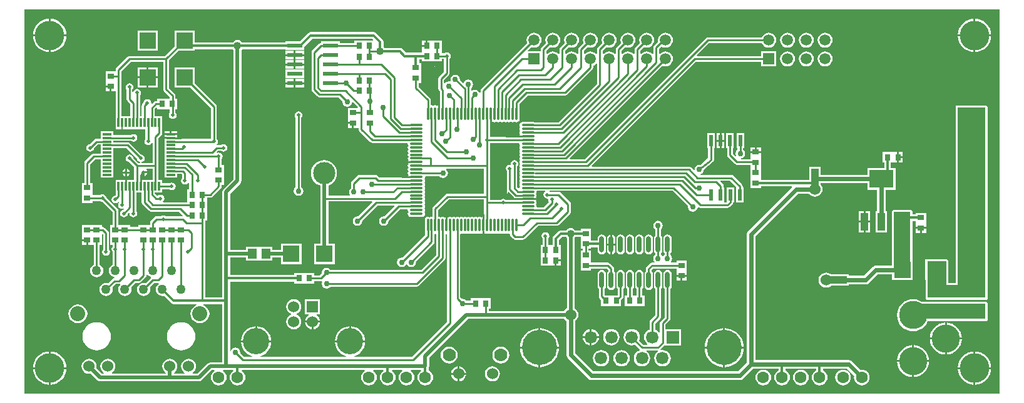
<source format=gtl>
%FSLAX43Y43*%
%MOMM*%
%SFA1B1*%

%IPPOS*%
%ADD10R,0.799998X0.899998*%
%ADD11R,0.899998X0.799998*%
%ADD12O,0.599999X2.199996*%
%ADD13R,0.507999X1.499997*%
%ADD14R,2.299995X2.299995*%
%ADD15R,1.199998X1.399997*%
%ADD16R,2.199996X2.199996*%
%ADD17O,1.799996X0.299999*%
%ADD18O,0.299999X1.799996*%
%ADD19R,2.539995X1.015998*%
%ADD20R,1.015998X2.539995*%
%ADD21R,1.199998X0.299999*%
%ADD22R,0.299999X1.199998*%
%ADD23R,2.031996X0.634999*%
%ADD24R,0.999998X2.399995*%
%ADD25R,3.299993X2.399995*%
%ADD26C,0.634999*%
%ADD27C,0.253999*%
%ADD28C,0.380999*%
%ADD29C,0.507999*%
%ADD30R,9.778980X2.158996*%
%ADD31R,7.873984X1.777996*%
%ADD32R,2.539995X4.952990*%
%ADD33R,2.285995X7.873984*%
%ADD34R,3.809992X25.780948*%
%ADD35R,2.793994X2.793994*%
%ADD36R,3.428993X3.047994*%
%ADD37R,3.936992X3.936992*%
%ADD38R,1.650997X1.523997*%
%ADD39R,2.031996X2.008996*%
%ADD40R,1.904996X1.777996*%
%ADD41R,1.777996X1.523997*%
%ADD42R,1.269997X1.269997*%
%ADD43R,3.428993X4.952990*%
%ADD44R,4.825990X2.539995*%
%ADD45R,1.396997X1.523997*%
%ADD46C,1.499997*%
%ADD47R,1.499997X1.499997*%
%ADD48C,3.999992*%
%ADD49C,0.761998*%
%ADD50C,2.999994*%
%ADD51C,0.507999*%
%ADD52C,1.015998*%
%ADD53C,1.523997*%
%ADD54R,1.499997X1.499997*%
%ADD55C,3.809992*%
%ADD56C,1.599997*%
%ADD57C,4.759990*%
%ADD58R,1.689997X1.689997*%
%ADD59C,1.689997*%
%ADD60C,3.555993*%
%ADD61R,1.523997X1.523997*%
%ADD62C,2.031996*%
%ADD63C,1.269997*%
%ADD64C,1.777996*%
%ADD65C,1.999996*%
%ADD66R,1.999996X1.999996*%
%LNlp_led_cube_8x8x8-1*%
%LPD*%
G36*
X177411Y59442D02*
X45472D01*
Y111498*
X177411*
Y59442*
G37*
%LNlp_led_cube_8x8x8-2*%
%LPC*%
G36*
X132460Y76180D02*
X132244Y76137D01*
X132061Y76014*
X131938Y75831*
X131895Y75615*
Y74015*
X131938Y73799*
X132061Y73616*
X132072Y73608*
Y69756*
X131550Y69235*
X131466Y69109*
X131437Y68960*
Y67710*
X131316Y67669*
X131188Y67837*
X130958Y68013*
X130792Y68082*
Y68926*
X131465Y69598*
X131549Y69724*
X131578Y69873*
Y73608*
X131589Y73616*
X131712Y73799*
X131755Y74015*
Y75615*
X131712Y75831*
X131589Y76014*
X131406Y76137*
X131190Y76180*
X130974Y76137*
X130791Y76014*
X130668Y75831*
X130625Y75615*
Y74015*
X130668Y73799*
X130791Y73616*
X130802Y73608*
Y70034*
X130129Y69362*
X130045Y69236*
X130016Y69087*
Y68082*
X129850Y68013*
X129620Y67837*
X129444Y67607*
X129333Y67340*
X129296Y67053*
X129333Y66766*
X129444Y66499*
X129620Y66269*
X129754Y66167*
X129713Y66046*
X129190*
X128636Y66600*
X128705Y66766*
X128742Y67053*
X128705Y67340*
X128594Y67607*
X128418Y67837*
X128188Y68013*
X127921Y68124*
X127634Y68161*
X127347Y68124*
X127080Y68013*
X126850Y67837*
X126674Y67607*
X126563Y67340*
X126526Y67053*
X126563Y66766*
X126674Y66499*
X126850Y66269*
X127080Y66093*
X127347Y65982*
X127634Y65945*
X127921Y65982*
X128087Y66051*
X128737Y65400*
X128713Y65276*
X128465Y65173*
X128235Y64997*
X128059Y64767*
X127948Y64500*
X127911Y64213*
X127948Y63926*
X128059Y63659*
X128235Y63429*
X128465Y63253*
X128732Y63142*
X129019Y63105*
X129306Y63142*
X129573Y63253*
X129803Y63429*
X129979Y63659*
X130090Y63926*
X130127Y64213*
X130090Y64500*
X129979Y64767*
X129803Y64997*
X129604Y65149*
X129645Y65270*
X131163*
X131204Y65149*
X131005Y64997*
X130829Y64767*
X130718Y64500*
X130681Y64213*
X130718Y63926*
X130829Y63659*
X131005Y63429*
X131235Y63253*
X131502Y63142*
X131789Y63105*
X132076Y63142*
X132343Y63253*
X132573Y63429*
X132749Y63659*
X132860Y63926*
X132897Y64213*
X132860Y64500*
X132749Y64767*
X132573Y64997*
X132343Y65173*
X132076Y65284*
X131789Y65321*
X131540Y65289*
X131484Y65403*
X132047Y65966*
X132075Y65954*
X134273*
Y68152*
X132213*
Y68799*
X132735Y69320*
X132819Y69446*
X132824Y69471*
X132848Y69595*
Y73608*
X132859Y73616*
X132982Y73799*
X133025Y74015*
Y75615*
X132982Y75831*
X132859Y76014*
X132676Y76137*
X132460Y76180*
G37*
G36*
X165670Y72209D02*
X165247Y72167D01*
X164840Y72044*
X164465Y71843*
X164136Y71574*
X163867Y71245*
X163666Y70870*
X163543Y70463*
X163501Y70039*
X163543Y69616*
X163666Y69209*
X163867Y68834*
X164136Y68505*
X164465Y68236*
X164840Y68035*
X165247Y67912*
X165670Y67870*
X166094Y67912*
X166501Y68035*
X166876Y68236*
X167205Y68505*
X167474Y68834*
X167675Y69209*
X175513*
X175612Y69229*
X175696Y69285*
X175752Y69369*
X175772Y69468*
Y71627*
X175752Y71726*
X175696Y71810*
X175612Y71866*
X175513Y71886*
X166796*
X166501Y72044*
X166094Y72167*
X165670Y72209*
G37*
G36*
X122221Y68145D02*
Y67180D01*
X123186*
X123165Y67340*
X123054Y67607*
X122878Y67837*
X122648Y68013*
X122381Y68124*
X122221Y68145*
G37*
G36*
X164294Y91312D02*
X163767D01*
Y90735*
X164294*
Y91312*
G37*
G36*
X170242Y69021D02*
Y66992D01*
X172272*
X172243Y67288*
X172120Y67695*
X171919Y68070*
X171650Y68399*
X171321Y68668*
X170946Y68869*
X170539Y68992*
X170242Y69021*
G37*
G36*
X121967Y68145D02*
X121807Y68124D01*
X121540Y68013*
X121310Y67837*
X121134Y67607*
X121023Y67340*
X121002Y67180*
X121967*
Y68145*
G37*
G36*
X52704Y71511D02*
X52372Y71467D01*
X52064Y71339*
X51798Y71136*
X51595Y70870*
X51467Y70562*
X51423Y70230*
X51467Y69898*
X51595Y69590*
X51798Y69324*
X52064Y69121*
X52372Y68993*
X52704Y68949*
X53036Y68993*
X53344Y69121*
X53610Y69324*
X53813Y69590*
X53941Y69898*
X53985Y70230*
X53941Y70562*
X53813Y70870*
X53610Y71136*
X53344Y71339*
X53036Y71467*
X52704Y71511*
G37*
G36*
X152137Y74675D02*
X151256D01*
Y73794*
X151394Y73812*
X151641Y73915*
X151854Y74077*
X152016Y74290*
X152119Y74537*
X152137Y74675*
G37*
G36*
X149478D02*
X148081D01*
Y74040*
X149478*
Y74675*
G37*
G36*
X175513Y98429D02*
X171703D01*
X171604Y98409*
X171602Y98408*
X171465*
Y98271*
X171464Y98269*
X171444Y98170*
Y74426*
X170438*
Y77342*
X170418Y77441*
X170362Y77525*
X170278Y77581*
X170179Y77601*
X170150*
Y77603*
X167342*
Y74795*
X167380*
Y74167*
Y72389*
X167400Y72290*
X167456Y72206*
X167540Y72150*
X167639Y72130*
X175513*
X175612Y72150*
X175696Y72206*
X175752Y72290*
X175772Y72389*
Y98170*
X175752Y98269*
X175696Y98353*
X175612Y98409*
X175513Y98429*
G37*
G36*
X126110Y76180D02*
X125894Y76137D01*
X125711Y76014*
X125588Y75831*
X125545Y75615*
Y74015*
X125588Y73799*
X125711Y73616*
X125722Y73608*
Y72739*
X125695Y72712*
X124886*
X124794*
X123985*
X123958Y72739*
Y73608*
X123969Y73616*
X124092Y73799*
X124135Y74015*
Y75615*
X124092Y75831*
X123969Y76014*
X123786Y76137*
X123570Y76180*
X123354Y76137*
X123171Y76014*
X123048Y75831*
X123005Y75615*
Y74015*
X123048Y73799*
X123171Y73616*
X123182Y73608*
Y72578*
X123211Y72429*
X123295Y72303*
X123486Y72113*
Y71304*
X124794*
X124886*
X126194*
Y72113*
X126385Y72303*
X126469Y72429*
X126498Y72578*
Y73608*
X126509Y73616*
X126632Y73799*
X126675Y74015*
Y75615*
X126632Y75831*
X126509Y76014*
X126326Y76137*
X126110Y76180*
G37*
G36*
X128650D02*
X128434Y76137D01*
X128251Y76014*
X128128Y75831*
X128085Y75615*
Y74015*
X128128Y73799*
X128251Y73616*
X128262Y73608*
Y72712*
X128061*
X127969*
X127768*
Y73608*
X127779Y73616*
X127902Y73799*
X127945Y74015*
Y75615*
X127902Y75831*
X127779Y76014*
X127596Y76137*
X127380Y76180*
X127164Y76137*
X126981Y76014*
X126858Y75831*
X126815Y75615*
Y74015*
X126858Y73799*
X126981Y73616*
X126992Y73608*
Y72712*
X126661*
Y71304*
X127969*
X128061*
X129369*
Y72712*
X129038*
Y73608*
X129049Y73616*
X129172Y73799*
X129215Y74015*
Y75615*
X129172Y75831*
X129049Y76014*
X128866Y76137*
X128650Y76180*
G37*
G36*
X151002Y75810D02*
X150864Y75792D01*
X150617Y75689*
X150453Y75564*
X149732*
Y74802*
Y74040*
X150453*
X150617Y73915*
X150864Y73812*
X151002Y73794*
Y74802*
Y75810*
G37*
G36*
X164294Y92143D02*
X163767D01*
Y91566*
X164294*
Y92143*
G37*
G36*
X124864Y68161D02*
X124577Y68124D01*
X124310Y68013*
X124080Y67837*
X123904Y67607*
X123793Y67340*
X123756Y67053*
X123793Y66766*
X123904Y66499*
X124080Y66269*
X124310Y66093*
X124577Y65982*
X124864Y65945*
X125151Y65982*
X125418Y66093*
X125648Y66269*
X125824Y66499*
X125935Y66766*
X125972Y67053*
X125935Y67340*
X125824Y67607*
X125648Y67837*
X125418Y68013*
X125151Y68124*
X124864Y68161*
G37*
G36*
X121967Y66926D02*
X121002D01*
X121023Y66766*
X121134Y66499*
X121310Y66269*
X121540Y66093*
X121807Y65982*
X121967Y65961*
Y66926*
G37*
G36*
X123186D02*
X122221D01*
Y65961*
X122381Y65982*
X122648Y66093*
X122878Y66269*
X123054Y66499*
X123165Y66766*
X123186Y66926*
G37*
G36*
X115266Y68265D02*
Y65760D01*
X117771*
X117749Y66046*
X117652Y66449*
X117493Y66833*
X117277Y67186*
X117007Y67501*
X116692Y67771*
X116339Y67987*
X115955Y68146*
X115552Y68243*
X115266Y68265*
G37*
G36*
X140002D02*
X139716Y68243D01*
X139313Y68146*
X138929Y67987*
X138576Y67771*
X138261Y67501*
X137991Y67186*
X137775Y66833*
X137616Y66449*
X137519Y66046*
X137497Y65760*
X140002*
Y68265*
G37*
G36*
X140256D02*
Y65760D01*
X142761*
X142739Y66046*
X142642Y66449*
X142483Y66833*
X142267Y67186*
X141997Y67501*
X141682Y67771*
X141329Y67987*
X140945Y68146*
X140542Y68243*
X140256Y68265*
G37*
G36*
X140167Y94696D02*
X139786D01*
Y93819*
X140167*
Y94696*
G37*
G36*
X145102Y92793D02*
X144525D01*
Y92266*
X145102*
Y92793*
G37*
G36*
X144271D02*
X143694D01*
Y92266*
X144271*
Y92793*
G37*
G36*
X169989Y69021D02*
X169692Y68992D01*
X169285Y68869*
X168910Y68668*
X168581Y68399*
X168312Y68070*
X168111Y67695*
X167988Y67288*
X167959Y66992*
X169989*
Y69021*
G37*
G36*
X139532Y94696D02*
X139151D01*
Y93819*
X139532*
Y94696*
G37*
G36*
X140167Y93565D02*
X139786D01*
Y92688*
X140167*
Y93565*
G37*
G36*
X139532D02*
X139151D01*
Y92688*
X139532*
Y93565*
G37*
G36*
X134238Y75245D02*
X133661D01*
Y74718*
X134238*
Y75245*
G37*
G36*
X165353Y84332D02*
X163067D01*
X162968Y84312*
X162884Y84256*
X162828Y84172*
X162808Y84073*
Y76782*
X160654*
X160431Y76737*
X160242Y76611*
X159016Y75385*
X156971*
Y75564*
X154599*
X154435Y75689*
X154188Y75792*
X153923Y75827*
X153658Y75792*
X153411Y75689*
X153198Y75527*
X153036Y75314*
X152933Y75067*
X152898Y74802*
X152933Y74537*
X153036Y74290*
X153198Y74077*
X153411Y73915*
X153658Y73812*
X153923Y73777*
X154188Y73812*
X154435Y73915*
X154599Y74040*
X156971*
Y74219*
X159257*
X159480Y74264*
X159669Y74390*
X160895Y75616*
X162842*
Y74795*
X165650*
Y77603*
X165612*
Y82796*
X166046*
Y82595*
Y82503*
Y81976*
X167454*
Y82503*
Y82595*
Y83903*
X166046*
Y83702*
X165612*
Y84073*
X165592Y84172*
X165536Y84256*
X165452Y84312*
X165353Y84332*
G37*
G36*
X153161Y82676D02*
X152526D01*
Y81279*
X153161*
Y82676*
G37*
G36*
X152272D02*
X151637D01*
Y81279*
X152272*
Y82676*
G37*
G36*
X153407Y84200D02*
X151391D01*
X151409Y84062*
X151512Y83815*
X151637Y83651*
Y82930*
X153161*
Y83651*
X153286Y83815*
X153389Y84062*
X153407Y84200*
G37*
G36*
X159870Y84151D02*
X159243D01*
Y82824*
X159870*
Y84151*
G37*
G36*
X158989D02*
X158362D01*
Y82824*
X158989*
Y84151*
G37*
G36*
X159870Y82570D02*
X159243D01*
Y81243*
X159870*
Y82570*
G37*
G36*
X53847Y80071D02*
X53270D01*
Y79544*
X53847*
Y80071*
G37*
G36*
X124967Y80955D02*
Y79742D01*
X125405*
Y80415*
X125362Y80631*
X125239Y80814*
X125056Y80937*
X124967Y80955*
G37*
G36*
X124713D02*
X124624Y80937D01*
X124441Y80814*
X124318Y80631*
X124275Y80415*
Y79742*
X124713*
Y80955*
G37*
G36*
X158989Y82570D02*
X158362D01*
Y81243*
X158989*
Y82570*
G37*
G36*
X167454Y81722D02*
X166877D01*
Y81195*
X167454*
Y81722*
G37*
G36*
X166623D02*
X166046D01*
Y81195*
X166623*
Y81722*
G37*
G36*
X125405Y79488D02*
X124967D01*
Y78275*
X125056Y78293*
X125239Y78416*
X125362Y78599*
X125405Y78815*
Y79488*
G37*
G36*
X131190Y82831D02*
X130942Y82782D01*
X130732Y82641*
X130592Y82431*
X130543Y82184*
X130592Y81936*
X130732Y81726*
X130802Y81679*
Y80822*
X130791Y80814*
X130668Y80631*
X130625Y80415*
Y78815*
X130668Y78599*
X130791Y78416*
X130802Y78408*
Y78227*
X130732Y78181*
X130592Y77971*
X130543Y77723*
X130592Y77475*
X130729Y77269*
X130669Y77157*
X130363*
X130214Y77128*
X130088Y77044*
X129645Y76601*
X129561Y76475*
X129532Y76326*
Y76022*
X129521Y76014*
X129398Y75831*
X129355Y75615*
Y74015*
X129398Y73799*
X129521Y73616*
X129704Y73493*
X129920Y73450*
X130136Y73493*
X130319Y73616*
X130442Y73799*
X130485Y74015*
Y75615*
X130442Y75831*
X130319Y76014*
X130308Y76022*
Y76165*
X130524Y76381*
X133661*
Y76118*
Y76026*
Y75499*
X135069*
Y76026*
Y76118*
Y77426*
X133661*
Y77157*
X132981*
X132921Y77269*
X133058Y77475*
X133107Y77723*
X133058Y77971*
X132918Y78181*
X132848Y78227*
Y78408*
X132859Y78416*
X132982Y78599*
X133025Y78815*
Y80415*
X132982Y80631*
X132859Y80814*
X132676Y80937*
X132460Y80980*
X132244Y80937*
X132061Y80814*
X131938Y80631*
X131895Y80415*
Y78815*
X131938Y78599*
X132061Y78416*
X132072Y78408*
Y78227*
X132002Y78181*
X131888Y78011*
X131761*
X131648Y78181*
X131578Y78227*
Y78408*
X131589Y78416*
X131712Y78599*
X131755Y78815*
Y80415*
X131712Y80631*
X131589Y80814*
X131578Y80822*
Y81679*
X131648Y81726*
X131788Y81936*
X131837Y82184*
X131788Y82431*
X131648Y82641*
X131438Y82782*
X131190Y82831*
G37*
G36*
X118004Y77342D02*
X117477D01*
Y76765*
X118004*
Y77342*
G37*
G36*
X55948Y82252D02*
X53270D01*
Y80944*
Y80852*
Y80325*
X53974*
Y80198*
X54101*
Y79544*
X54856*
Y76873*
X54796Y76849*
X54610Y76706*
X54467Y76520*
X54378Y76304*
X54347Y76072*
X54378Y75840*
X54467Y75624*
X54610Y75438*
X54796Y75295*
X55012Y75206*
X55244Y75175*
X55476Y75206*
X55692Y75295*
X55878Y75438*
X56021Y75624*
X56110Y75840*
X56141Y76072*
X56110Y76304*
X56021Y76520*
X55878Y76706*
X55692Y76849*
X55632Y76873*
Y79544*
X55948*
Y80852*
Y80944*
Y81003*
X56020Y81032*
X56126Y80962*
Y78945*
X56035Y78810*
X55996Y78612*
X56035Y78414*
X56148Y78246*
X56316Y78133*
X56514Y78094*
X56712Y78133*
X56880Y78246*
X56993Y78414*
X57032Y78612*
X56993Y78810*
X56902Y78945*
Y81152*
X56873Y81301*
X56789Y81427*
X56343Y81873*
X56217Y81957*
X56068Y81986*
X55948*
Y82252*
G37*
G36*
X135069Y75245D02*
X134492D01*
Y74718*
X135069*
Y75245*
G37*
G36*
X149478Y75564D02*
X148081D01*
Y74929*
X149478*
Y75564*
G37*
G36*
X151256Y75810D02*
Y74929D01*
X152137*
X152119Y75067*
X152016Y75314*
X151854Y75527*
X151641Y75689*
X151394Y75792*
X151256Y75810*
G37*
G36*
X126110Y80980D02*
X125894Y80937D01*
X125711Y80814*
X125588Y80631*
X125545Y80415*
Y78815*
X125588Y78599*
X125711Y78416*
X125894Y78293*
X126110Y78250*
X126326Y78293*
X126509Y78416*
X126632Y78599*
X126675Y78815*
Y80415*
X126632Y80631*
X126509Y80814*
X126326Y80937*
X126110Y80980*
G37*
G36*
X152272Y85335D02*
X152134Y85317D01*
X151887Y85214*
X151674Y85052*
X151512Y84839*
X151409Y84592*
X151391Y84454*
X152272*
Y85335*
G37*
G36*
X129920Y80980D02*
X129704Y80937D01*
X129521Y80814*
X129398Y80631*
X129355Y80415*
Y78815*
X129398Y78599*
X129521Y78416*
X129704Y78293*
X129920Y78250*
X130136Y78293*
X130319Y78416*
X130442Y78599*
X130485Y78815*
Y80415*
X130442Y80631*
X130319Y80814*
X130136Y80937*
X129920Y80980*
G37*
G36*
X124713Y79488D02*
X124275D01*
Y78815*
X124318Y78599*
X124441Y78416*
X124624Y78293*
X124713Y78275*
Y79488*
G37*
G36*
X127380Y80980D02*
X127164Y80937D01*
X126981Y80814*
X126858Y80631*
X126815Y80415*
Y78815*
X126858Y78599*
X126981Y78416*
X127164Y78293*
X127380Y78250*
X127596Y78293*
X127779Y78416*
X127902Y78599*
X127945Y78815*
Y80415*
X127902Y80631*
X127779Y80814*
X127596Y80937*
X127380Y80980*
G37*
G36*
X128650D02*
X128434Y80937D01*
X128251Y80814*
X128128Y80631*
X128085Y80415*
Y78815*
X128128Y78599*
X128251Y78416*
X128434Y78293*
X128650Y78250*
X128866Y78293*
X129049Y78416*
X129172Y78599*
X129215Y78815*
Y80415*
X129172Y80631*
X129049Y80814*
X128866Y80937*
X128650Y80980*
G37*
G36*
X152526Y85335D02*
Y84454D01*
X153407*
X153389Y84592*
X153286Y84839*
X153124Y85052*
X152911Y85214*
X152664Y85317*
X152526Y85335*
G37*
G36*
X48767Y62737D02*
X46642D01*
X46673Y62422*
X46802Y61997*
X47011Y61606*
X47292Y61262*
X47636Y60981*
X48027Y60771*
X48452Y60643*
X48767Y60612*
Y62737*
G37*
G36*
X51146D02*
X49021D01*
Y60612*
X49336Y60643*
X49761Y60771*
X50152Y60981*
X50496Y61262*
X50777Y61606*
X50986Y61997*
X51115Y62422*
X51146Y62737*
G37*
G36*
X173862D02*
X171737D01*
X171768Y62422*
X171897Y61997*
X172106Y61606*
X172387Y61262*
X172731Y60981*
X173122Y60771*
X173547Y60643*
X173862Y60612*
Y62737*
G37*
G36*
X145414Y62657D02*
X145139Y62621D01*
X144882Y62515*
X144662Y62346*
X144493Y62126*
X144387Y61869*
X144351Y61594*
X144387Y61319*
X144493Y61062*
X144662Y60842*
X144882Y60673*
X145139Y60567*
X145414Y60531*
X145689Y60567*
X145946Y60673*
X146166Y60842*
X146335Y61062*
X146441Y61319*
X146477Y61594*
X146441Y61869*
X146335Y62126*
X146166Y62346*
X145946Y62515*
X145689Y62621*
X145414Y62657*
G37*
G36*
X150494D02*
X150219Y62621D01*
X149962Y62515*
X149742Y62346*
X149573Y62126*
X149467Y61869*
X149431Y61594*
X149467Y61319*
X149573Y61062*
X149742Y60842*
X149962Y60673*
X150219Y60567*
X150494Y60531*
X150769Y60567*
X151026Y60673*
X151246Y60842*
X151415Y61062*
X151521Y61319*
X151557Y61594*
X151521Y61869*
X151415Y62126*
X151246Y62346*
X151026Y62515*
X150769Y62621*
X150494Y62657*
G37*
G36*
X156209D02*
X155934Y62621D01*
X155677Y62515*
X155457Y62346*
X155288Y62126*
X155182Y61869*
X155146Y61594*
X155182Y61319*
X155288Y61062*
X155457Y60842*
X155677Y60673*
X155934Y60567*
X156209Y60531*
X156484Y60567*
X156741Y60673*
X156961Y60842*
X157130Y61062*
X157236Y61319*
X157272Y61594*
X157236Y61869*
X157130Y62126*
X156961Y62346*
X156741Y62515*
X156484Y62621*
X156209Y62657*
G37*
G36*
X176241Y62737D02*
X174116D01*
Y60612*
X174431Y60643*
X174856Y60771*
X175247Y60981*
X175591Y61262*
X175872Y61606*
X176082Y61997*
X176210Y62422*
X176241Y62737*
G37*
G36*
X108774Y63127D02*
X108509Y63092D01*
X108262Y62989*
X108050Y62827*
X107887Y62614*
X107785Y62367*
X107750Y62102*
X107785Y61837*
X107887Y61590*
X108050Y61377*
X108262Y61215*
X108509Y61112*
X108774Y61077*
X109040Y61112*
X109287Y61215*
X109499Y61377*
X109662Y61590*
X109764Y61837*
X109799Y62102*
X109764Y62367*
X109662Y62614*
X109499Y62827*
X109287Y62989*
X109040Y63092*
X108774Y63127*
G37*
G36*
X104075Y61975D02*
X103194D01*
X103213Y61837*
X103315Y61590*
X103478Y61377*
X103690Y61215*
X103937Y61112*
X104075Y61094*
Y61975*
G37*
G36*
X105211D02*
X104329D01*
Y61094*
X104468Y61112*
X104715Y61215*
X104927Y61377*
X105090Y61590*
X105192Y61837*
X105211Y61975*
G37*
G36*
X153771Y105787D02*
X153509Y105752D01*
X153264Y105651*
X153055Y105490*
X152894Y105280*
X152792Y105036*
X152758Y104774*
X152792Y104512*
X152894Y104268*
X153055Y104058*
X153264Y103897*
X153509Y103796*
X153771Y103761*
X154033Y103796*
X154277Y103897*
X154487Y104058*
X154648Y104268*
X154749Y104512*
X154783Y104774*
X154749Y105036*
X154648Y105280*
X154487Y105490*
X154277Y105651*
X154033Y105752*
X153771Y105787*
G37*
G36*
X151231D02*
X150968Y105752D01*
X150724Y105651*
X150515Y105490*
X150354Y105280*
X150252Y105036*
X150218Y104774*
X150252Y104512*
X150354Y104268*
X150515Y104058*
X150724Y103897*
X150968Y103796*
X151231Y103761*
X151493Y103796*
X151737Y103897*
X151947Y104058*
X152108Y104268*
X152209Y104512*
X152243Y104774*
X152209Y105036*
X152108Y105280*
X151947Y105490*
X151737Y105651*
X151493Y105752*
X151231Y105787*
G37*
G36*
X148691D02*
X148429Y105752D01*
X148184Y105651*
X147975Y105490*
X147814Y105280*
X147712Y105036*
X147678Y104774*
X147712Y104512*
X147814Y104268*
X147975Y104058*
X148184Y103897*
X148429Y103796*
X148691Y103761*
X148953Y103796*
X149197Y103897*
X149407Y104058*
X149568Y104268*
X149669Y104512*
X149703Y104774*
X149669Y105036*
X149568Y105280*
X149407Y105490*
X149197Y105651*
X148953Y105752*
X148691Y105787*
G37*
G36*
X48767Y107822D02*
X46642D01*
X46673Y107507*
X46802Y107082*
X47011Y106691*
X47292Y106347*
X47636Y106066*
X48027Y105856*
X48452Y105728*
X48767Y105697*
Y107822*
G37*
G36*
Y110201D02*
X48452Y110170D01*
X48027Y110042*
X47636Y109832*
X47292Y109551*
X47011Y109207*
X46802Y108816*
X46673Y108391*
X46642Y108076*
X48767*
Y110201*
G37*
G36*
X99756Y107256D02*
X99229D01*
Y106679*
X99756*
Y107256*
G37*
G36*
X153771Y108327D02*
X153509Y108292D01*
X153264Y108191*
X153055Y108030*
X152894Y107820*
X152792Y107576*
X152758Y107314*
X152792Y107052*
X152894Y106808*
X153055Y106598*
X153264Y106437*
X153509Y106336*
X153771Y106301*
X154033Y106336*
X154277Y106437*
X154487Y106598*
X154648Y106808*
X154749Y107052*
X154783Y107314*
X154749Y107576*
X154648Y107820*
X154487Y108030*
X154277Y108191*
X154033Y108292*
X153771Y108327*
G37*
G36*
X174116Y110201D02*
Y108076D01*
X176241*
X176210Y108391*
X176082Y108816*
X175872Y109207*
X175591Y109551*
X175247Y109832*
X174856Y110042*
X174431Y110170*
X174116Y110201*
G37*
G36*
X173862D02*
X173547Y110170D01*
X173122Y110042*
X172731Y109832*
X172387Y109551*
X172106Y109207*
X171897Y108816*
X171768Y108391*
X171737Y108076*
X173862*
Y110201*
G37*
G36*
X49021D02*
Y108076D01*
X51146*
X51115Y108391*
X50986Y108816*
X50777Y109207*
X50496Y109551*
X50152Y109832*
X49761Y110042*
X49336Y110170*
X49021Y110201*
G37*
G36*
X151231Y108327D02*
X150968Y108292D01*
X150724Y108191*
X150515Y108030*
X150354Y107820*
X150252Y107576*
X150218Y107314*
X150252Y107052*
X150354Y106808*
X150515Y106598*
X150724Y106437*
X150968Y106336*
X151231Y106301*
X151493Y106336*
X151737Y106437*
X151947Y106598*
X152108Y106808*
X152209Y107052*
X152243Y107314*
X152209Y107576*
X152108Y107820*
X151947Y108030*
X151737Y108191*
X151493Y108292*
X151231Y108327*
G37*
G36*
X176241Y107822D02*
X174116D01*
Y105697*
X174431Y105728*
X174856Y105856*
X175247Y106066*
X175591Y106347*
X175872Y106691*
X176082Y107082*
X176210Y107507*
X176241Y107822*
G37*
G36*
X173862D02*
X171737D01*
X171768Y107507*
X171897Y107082*
X172106Y106691*
X172387Y106347*
X172731Y106066*
X173122Y105856*
X173547Y105728*
X173862Y105697*
Y107822*
G37*
G36*
X51146D02*
X49021D01*
Y105697*
X49336Y105728*
X49761Y105856*
X50152Y106066*
X50496Y106347*
X50777Y106691*
X50986Y107082*
X51115Y107507*
X51146Y107822*
G37*
G36*
X148691Y108327D02*
X148429Y108292D01*
X148184Y108191*
X147975Y108030*
X147814Y107820*
X147712Y107576*
X147678Y107314*
X147712Y107052*
X147814Y106808*
X147975Y106598*
X148184Y106437*
X148429Y106336*
X148691Y106301*
X148953Y106336*
X149197Y106437*
X149407Y106598*
X149568Y106808*
X149669Y107052*
X149703Y107314*
X149669Y107576*
X149568Y107820*
X149407Y108030*
X149197Y108191*
X148953Y108292*
X148691Y108327*
G37*
G36*
X68496Y108628D02*
X65788D01*
Y106469*
X64481Y105162*
X59689*
X59540Y105133*
X59414Y105049*
X57934Y103569*
X57850Y103443*
X57821Y103294*
Y103080*
X56445*
Y101772*
Y101680*
Y101153*
X57149*
Y101026*
X57276*
Y100372*
X57821*
Y96974*
X57805*
Y95266*
X58613*
Y96120*
X58805*
Y95266*
X59805*
X61821*
Y93901*
X61750Y93796*
X61711Y93598*
X61750Y93400*
X61863Y93232*
X62031Y93119*
X62229Y93080*
X62427Y93119*
X62595Y93232*
X62699Y93387*
X62821Y93350*
Y90684*
X61310*
X61297Y90811*
X61411Y90833*
X61579Y90946*
X61692Y91114*
X61731Y91312*
X61692Y91510*
X61579Y91678*
X61411Y91791*
X61252Y91822*
X59730Y93345*
X59604Y93429*
X59455Y93458*
X57513*
Y93666*
Y93682*
X59900*
X60035Y93591*
X60233Y93552*
X60431Y93591*
X60599Y93704*
X60712Y93872*
X60751Y94070*
X60712Y94268*
X60599Y94436*
X60431Y94549*
X60233Y94588*
X60035Y94549*
X59900Y94458*
X57513*
Y94974*
X55805*
Y94166*
Y93974*
Y93958*
X55216*
X55067Y93929*
X54941Y93845*
X54316Y93219*
X54157Y93188*
X53989Y93075*
X53876Y92907*
X53837Y92709*
X53876Y92511*
X53989Y92343*
X54157Y92230*
X54355Y92191*
X54553Y92230*
X54721Y92343*
X54834Y92511*
X54865Y92670*
X55377Y93182*
X55805*
Y93166*
Y92666*
Y92166*
Y91974*
Y91958*
X54867*
X54718Y91929*
X54592Y91845*
X53703Y90956*
X53619Y90830*
X53590Y90681*
Y87967*
X53270*
Y86659*
Y86567*
Y85259*
X54678*
Y85525*
X55738*
X55873Y85434*
X56032Y85403*
X57396Y84039*
Y82252*
X57080*
Y80944*
Y80852*
Y79544*
X57396*
Y79326*
X57305Y79191*
X57266Y78993*
X57305Y78795*
X57396Y78660*
Y76873*
X57336Y76849*
X57150Y76706*
X57007Y76520*
X56918Y76304*
X56887Y76072*
X56918Y75840*
X57007Y75624*
X57150Y75438*
X57336Y75295*
X57552Y75206*
X57671Y75190*
X57663Y75063*
X57657*
X57508Y75034*
X57382Y74950*
X56806Y74373*
X56746Y74398*
X56514Y74429*
X56282Y74398*
X56066Y74309*
X55880Y74166*
X55737Y73980*
X55648Y73764*
X55617Y73532*
X55648Y73300*
X55737Y73084*
X55880Y72898*
X56066Y72755*
X56282Y72666*
X56514Y72635*
X56746Y72666*
X56962Y72755*
X57148Y72898*
X57291Y73084*
X57380Y73300*
X57411Y73532*
X57380Y73764*
X57355Y73824*
X57818Y74287*
X58292*
X58402Y74309*
X58455Y74193*
X58420Y74166*
X58277Y73980*
X58188Y73764*
X58157Y73532*
X58188Y73300*
X58277Y73084*
X58420Y72898*
X58606Y72755*
X58822Y72666*
X59054Y72635*
X59286Y72666*
X59502Y72755*
X59688Y72898*
X59831Y73084*
X59920Y73300*
X59951Y73532*
X59920Y73764*
X59895Y73824*
X60485Y74414*
X60959*
X61108Y74443*
X61234Y74527*
X61869Y75162*
X61953Y75288*
X61982Y75437*
Y75563*
X62103Y75604*
X62230Y75438*
X62416Y75295*
X62601Y75219*
X62613Y75092*
X62589Y75077*
X61886Y74373*
X61826Y74398*
X61594Y74429*
X61362Y74398*
X61146Y74309*
X60960Y74166*
X60817Y73980*
X60728Y73764*
X60697Y73532*
X60728Y73300*
X60817Y73084*
X60960Y72898*
X61146Y72755*
X61362Y72666*
X61594Y72635*
X61826Y72666*
X62042Y72755*
X62228Y72898*
X62371Y73084*
X62460Y73300*
X62491Y73532*
X62460Y73764*
X62435Y73824*
X63025Y74414*
X63625*
X63627Y74406*
X63652Y74283*
X63500Y74166*
X63357Y73980*
X63268Y73764*
X63237Y73532*
X63268Y73300*
X63357Y73084*
X63500Y72898*
X63686Y72755*
X63902Y72666*
X64134Y72635*
X64360Y72665*
X65338Y71688*
X65485Y71589*
X65658Y71555*
X68768*
X68793Y71430*
X68574Y71339*
X68308Y71136*
X68105Y70870*
X67977Y70562*
X67933Y70230*
X67977Y69898*
X68105Y69590*
X68308Y69324*
X68574Y69121*
X68882Y68993*
X69214Y68949*
X69546Y68993*
X69854Y69121*
X70120Y69324*
X70323Y69590*
X70451Y69898*
X70495Y70230*
X70451Y70562*
X70323Y70870*
X70120Y71136*
X69854Y71339*
X69635Y71430*
X69660Y71555*
X72252*
Y63636*
X70611*
X70413Y63597*
X70245Y63484*
X68872Y62112*
X68252*
X68218Y62193*
X68205Y62232*
X68415Y62393*
X68577Y62606*
X68680Y62853*
X68715Y63118*
X68680Y63383*
X68577Y63630*
X68415Y63843*
X68202Y64005*
X67955Y64108*
X67690Y64143*
X67425Y64108*
X67178Y64005*
X66965Y63843*
X66803Y63630*
X66700Y63383*
X66665Y63118*
X66700Y62853*
X66803Y62606*
X66965Y62393*
X67175Y62232*
X67162Y62193*
X67129Y62112*
X65668*
Y62235*
X65875Y62393*
X66037Y62606*
X66140Y62853*
X66175Y63118*
X66140Y63383*
X66037Y63630*
X65875Y63843*
X65662Y64005*
X65415Y64108*
X65150Y64143*
X64885Y64108*
X64638Y64005*
X64425Y63843*
X64263Y63630*
X64160Y63383*
X64125Y63118*
X64160Y62853*
X64263Y62606*
X64425Y62393*
X64632Y62235*
Y62112*
X57330*
X57296Y62193*
X57283Y62232*
X57493Y62393*
X57655Y62606*
X57758Y62853*
X57793Y63118*
X57758Y63383*
X57655Y63630*
X57493Y63843*
X57280Y64005*
X57033Y64108*
X56768Y64143*
X56503Y64108*
X56256Y64005*
X56043Y63843*
X55881Y63630*
X55778Y63383*
X55743Y63118*
X55778Y62853*
X55881Y62606*
X56043Y62393*
X56253Y62232*
X56240Y62193*
X56207Y62112*
X55967*
X55219Y62860*
X55253Y63118*
X55218Y63383*
X55115Y63630*
X54953Y63843*
X54740Y64005*
X54493Y64108*
X54228Y64143*
X53963Y64108*
X53716Y64005*
X53503Y63843*
X53341Y63630*
X53238Y63383*
X53203Y63118*
X53238Y62853*
X53341Y62606*
X53503Y62393*
X53716Y62231*
X53963Y62128*
X54228Y62093*
X54486Y62127*
X55386Y61228*
X55554Y61115*
X55752Y61076*
X69087*
X69285Y61115*
X69453Y61228*
X70826Y62600*
X71136*
X71177Y62480*
X71002Y62346*
X70833Y62126*
X70727Y61869*
X70691Y61594*
X70727Y61319*
X70833Y61062*
X71002Y60842*
X71222Y60673*
X71479Y60567*
X71754Y60531*
X72029Y60567*
X72286Y60673*
X72506Y60842*
X72675Y61062*
X72781Y61319*
X72817Y61594*
X72781Y61869*
X72675Y62126*
X72506Y62346*
X72331Y62480*
X72372Y62600*
X73676*
X73717Y62480*
X73542Y62346*
X73373Y62126*
X73267Y61869*
X73231Y61594*
X73267Y61319*
X73373Y61062*
X73542Y60842*
X73762Y60673*
X74019Y60567*
X74294Y60531*
X74569Y60567*
X74826Y60673*
X75046Y60842*
X75215Y61062*
X75321Y61319*
X75357Y61594*
X75321Y61869*
X75215Y62126*
X75046Y62346*
X74871Y62480*
X74912Y62600*
X91456*
X91497Y62480*
X91322Y62346*
X91153Y62126*
X91047Y61869*
X91011Y61594*
X91047Y61319*
X91153Y61062*
X91322Y60842*
X91542Y60673*
X91799Y60567*
X92074Y60531*
X92349Y60567*
X92606Y60673*
X92826Y60842*
X92995Y61062*
X93101Y61319*
X93137Y61594*
X93101Y61869*
X92995Y62126*
X92826Y62346*
X92651Y62480*
X92692Y62600*
X93996*
X94037Y62480*
X93862Y62346*
X93693Y62126*
X93587Y61869*
X93551Y61594*
X93587Y61319*
X93693Y61062*
X93862Y60842*
X94082Y60673*
X94339Y60567*
X94614Y60531*
X94889Y60567*
X95146Y60673*
X95366Y60842*
X95535Y61062*
X95641Y61319*
X95677Y61594*
X95641Y61869*
X95535Y62126*
X95366Y62346*
X95191Y62480*
X95232Y62600*
X96536*
X96577Y62480*
X96402Y62346*
X96233Y62126*
X96127Y61869*
X96091Y61594*
X96127Y61319*
X96233Y61062*
X96402Y60842*
X96622Y60673*
X96879Y60567*
X97154Y60531*
X97429Y60567*
X97686Y60673*
X97906Y60842*
X98075Y61062*
X98181Y61319*
X98217Y61594*
X98181Y61869*
X98075Y62126*
X97906Y62346*
X97731Y62480*
X97772Y62600*
X99076*
X99117Y62480*
X98942Y62346*
X98773Y62126*
X98667Y61869*
X98631Y61594*
X98667Y61319*
X98773Y61062*
X98942Y60842*
X99162Y60673*
X99419Y60567*
X99694Y60531*
X99969Y60567*
X100226Y60673*
X100446Y60842*
X100615Y61062*
X100721Y61319*
X100757Y61594*
X100721Y61869*
X100615Y62126*
X100446Y62346*
X100226Y62515*
X100147Y62547*
Y62882*
X100173Y62920*
X100212Y63118*
Y64300*
X105497Y69585*
X118496*
X118654Y69378*
X118796Y69269*
Y64642*
X118841Y64419*
X118967Y64230*
X121761Y61436*
X121950Y61310*
X122173Y61265*
X142239*
X142462Y61310*
X142651Y61436*
X144004Y62789*
X147501*
Y62547*
X147422Y62515*
X147202Y62346*
X147033Y62126*
X146927Y61869*
X146891Y61594*
X146927Y61319*
X147033Y61062*
X147202Y60842*
X147422Y60673*
X147679Y60567*
X147954Y60531*
X148229Y60567*
X148486Y60673*
X148706Y60842*
X148875Y61062*
X148981Y61319*
X149017Y61594*
X148981Y61869*
X148875Y62126*
X148706Y62346*
X148486Y62515*
X148407Y62547*
Y62789*
X152581*
Y62547*
X152502Y62515*
X152282Y62346*
X152113Y62126*
X152007Y61869*
X151971Y61594*
X152007Y61319*
X152113Y61062*
X152282Y60842*
X152502Y60673*
X152759Y60567*
X153034Y60531*
X153309Y60567*
X153566Y60673*
X153786Y60842*
X153955Y61062*
X154061Y61319*
X154097Y61594*
X154061Y61869*
X153955Y62126*
X153786Y62346*
X153566Y62515*
X153487Y62547*
Y62789*
X156730*
X157714Y61805*
X157686Y61594*
X157722Y61319*
X157828Y61062*
X157997Y60842*
X158217Y60673*
X158474Y60567*
X158749Y60531*
X159024Y60567*
X159281Y60673*
X159501Y60842*
X159670Y61062*
X159776Y61319*
X159812Y61594*
X159776Y61869*
X159670Y62126*
X159501Y62346*
X159281Y62515*
X159024Y62621*
X158749Y62657*
X158538Y62629*
X157383Y63784*
X157194Y63910*
X156971Y63955*
X144346*
Y80784*
X150100Y86538*
X151565*
X151674Y86396*
X151887Y86234*
X152134Y86131*
X152399Y86096*
X152664Y86131*
X152911Y86234*
X153124Y86396*
X153286Y86609*
X153389Y86856*
X153424Y87121*
X153389Y87386*
X153286Y87633*
X153161Y87797*
Y87914*
X159512*
Y87043*
X160833*
Y84151*
X160662*
Y81243*
X162170*
Y84151*
X161999*
Y87043*
X163320*
Y89951*
X162693*
Y90735*
X162894*
X162986*
X163513*
Y91439*
Y92143*
X162986*
X162894*
X161586*
Y90735*
X161787*
Y89951*
X159512*
Y89080*
X153161*
Y90169*
X151637*
Y88398*
X145102*
Y88599*
Y88691*
Y89999*
Y90085*
Y91393*
Y91485*
Y92012*
X143694*
Y91485*
Y91393*
Y91192*
X142418*
X142406Y91319*
X142557Y91349*
X142767Y91489*
X142907Y91699*
X142956Y91947*
X142907Y92195*
X142767Y92405*
X142697Y92451*
Y92688*
X142817*
Y94696*
X141801*
Y92688*
X141921*
Y92451*
X141851Y92405*
X141711Y92195*
X141662Y91947*
X141711Y91699*
X141751Y91639*
X141653Y91559*
X141297Y91914*
Y92688*
X141417*
Y94696*
X140401*
Y92688*
X140521*
Y91753*
X140550Y91604*
X140634Y91478*
X141583Y90529*
X141709Y90445*
X141858Y90416*
X143694*
Y90085*
Y89999*
Y88691*
Y88599*
Y87291*
X145102*
Y87492*
X149240*
X149288Y87374*
X143351Y81437*
X143225Y81248*
X143180Y81025*
Y63613*
X141998Y62431*
X122414*
X119962Y64883*
Y69269*
X120104Y69378*
X120266Y69591*
X120369Y69838*
X120404Y70103*
X120369Y70368*
X120266Y70615*
X120104Y70828*
X119897Y70986*
Y80527*
X119922Y80547*
X119992Y80637*
X120707*
Y80436*
Y80344*
Y79036*
X121023*
Y78823*
X120707*
Y77515*
Y77423*
Y76115*
X122115*
Y76381*
X124236*
X124452Y76165*
Y76022*
X124441Y76014*
X124318Y75831*
X124275Y75615*
Y74015*
X124318Y73799*
X124441Y73616*
X124624Y73493*
X124840Y73450*
X125056Y73493*
X125239Y73616*
X125362Y73799*
X125405Y74015*
Y75615*
X125362Y75831*
X125239Y76014*
X125228Y76022*
Y76326*
X125199Y76475*
X125115Y76601*
X124672Y77044*
X124546Y77128*
X124397Y77157*
X122115*
Y77423*
Y77515*
Y78823*
X121799*
Y79036*
X122115*
Y79237*
X123005*
Y78815*
X123048Y78599*
X123171Y78416*
X123354Y78293*
X123570Y78250*
X123786Y78293*
X123969Y78416*
X124092Y78599*
X124135Y78815*
Y80415*
X124092Y80631*
X123969Y80814*
X123786Y80937*
X123570Y80980*
X123354Y80937*
X123171Y80814*
X123048Y80631*
X123005Y80415*
Y80143*
X122115*
Y80344*
Y80436*
Y81744*
X120707*
Y81543*
X119992*
X119922Y81633*
X119763Y81756*
X119578Y81832*
X119379Y81859*
X119180Y81832*
X118995Y81756*
X118836Y81633*
X118766Y81543*
X118047*
X117874Y81509*
X117800Y81460*
X117727Y81410*
X117030Y80713*
X116931Y80566*
X116897Y80393*
Y79570*
X116696*
X116604*
X116338*
Y80438*
X116429Y80573*
X116468Y80771*
X116429Y80969*
X116316Y81137*
X116148Y81250*
X115950Y81289*
X115752Y81250*
X115584Y81137*
X115471Y80969*
X115432Y80771*
X115471Y80573*
X115562Y80438*
Y79570*
X115296*
Y78162*
Y76765*
X116604*
X116696*
X117223*
Y77469*
X117350*
Y77596*
X118004*
Y78173*
Y79570*
X117803*
Y80205*
X118235Y80637*
X118766*
X118836Y80547*
X118861Y80527*
Y70986*
X118654Y70828*
X118496Y70621*
X108275*
Y70923*
X108541*
Y72331*
X107233*
X107141*
X105833*
Y72015*
X105231*
X105184Y72085*
X104974Y72225*
X104727Y72274*
X104645Y72258*
X104432Y72470*
Y80998*
X104531Y81079*
X104544Y81076*
X104702Y81107*
X104794Y81169*
X104886Y81107*
X105044Y81076*
X105202Y81107*
X105294Y81169*
X105386Y81107*
X105544Y81076*
X105702Y81107*
X105794Y81169*
X105886Y81107*
X106044Y81076*
X106202Y81107*
X106294Y81169*
X106386Y81107*
X106544Y81076*
X106702Y81107*
X106794Y81169*
X106886Y81107*
X107044Y81076*
X107202Y81107*
X107294Y81169*
X107386Y81107*
X107417Y81101*
Y81319*
X107425Y81330*
X107456Y81488*
Y82238*
X107632*
Y81488*
X107663Y81330*
X107671Y81319*
Y81101*
X107702Y81107*
X107794Y81169*
X107886Y81107*
X108044Y81076*
X108202Y81107*
X108294Y81169*
X108386Y81107*
X108544Y81076*
X108702Y81107*
X108794Y81169*
X108886Y81107*
X109044Y81076*
X109202Y81107*
X109294Y81169*
X109386Y81107*
X109544Y81076*
X109702Y81107*
X109794Y81169*
X109886Y81107*
X110044Y81076*
X110202Y81107*
X110294Y81169*
X110386Y81107*
X110544Y81076*
X110702Y81107*
X110794Y81169*
X110886Y81107*
X111044Y81076*
X111057Y81079*
X111096Y81047*
X111088Y81054*
X111156Y80986*
X111185Y80837*
X111269Y80711*
X111611Y80369*
X111737Y80285*
X111886Y80256*
X112902*
X113051Y80285*
X113177Y80369*
X114968Y82161*
X117474*
X117623Y82190*
X117749Y82274*
X119273Y83798*
X119357Y83924*
X119386Y84073*
Y85089*
X119357Y85238*
X119273Y85364*
X118003Y86634*
X117877Y86718*
X117728Y86747*
X116589*
X116513Y86849*
X116528Y86900*
X133148*
X135258Y84790*
X135242Y84708*
X135291Y84460*
X135431Y84250*
X135641Y84110*
X135889Y84061*
X136137Y84110*
X136347Y84250*
X136487Y84460*
X136508Y84565*
X136615Y84672*
X136639Y84682*
X136756Y84603*
X136905Y84574*
X140588*
X140737Y84603*
X140863Y84687*
X141234Y85058*
X141318Y85184*
X141347Y85333*
X141357Y85338*
X141467*
Y87346*
X140451*
Y85374*
X140427Y85350*
X140167*
Y87346*
X140047*
Y87542*
X140018Y87691*
X139934Y87817*
X139611Y88139*
X139660Y88257*
X140935*
X141779Y87413*
X141751Y87346*
Y85338*
X142767*
Y87346*
X142647*
Y87482*
X142618Y87631*
X142534Y87757*
X141371Y88920*
X141245Y89004*
X141096Y89033*
X136887*
X136875Y89160*
X137026Y89190*
X137236Y89330*
X137376Y89540*
X137425Y89788*
X137419Y89819*
X138609Y90817*
X138619Y90831*
X138634Y90840*
X138667Y90890*
X138704Y90936*
X138708Y90952*
X138718Y90966*
X138729Y91024*
X138746Y91081*
X138744Y91098*
X138747Y91115*
Y92688*
X138867*
Y94696*
X137851*
Y92688*
X137971*
Y91296*
X136913Y90409*
X136778Y90435*
X136530Y90386*
X136320Y90246*
X136180Y90036*
X136131Y89788*
X136138Y89753*
X136026Y89693*
X135656Y90063*
X135530Y90147*
X135381Y90176*
X122261*
X122212Y90294*
X136304Y104386*
X145147*
Y103770*
X147155*
Y105778*
X145147*
Y105162*
X136485*
X136436Y105280*
X138082Y106926*
X145225*
X145274Y106808*
X145435Y106598*
X145644Y106437*
X145888Y106336*
X146151Y106301*
X146413Y106336*
X146657Y106437*
X146867Y106598*
X147028Y106808*
X147129Y107052*
X147163Y107314*
X147129Y107576*
X147028Y107820*
X146867Y108030*
X146657Y108191*
X146413Y108292*
X146151Y108327*
X145888Y108292*
X145644Y108191*
X145435Y108030*
X145274Y107820*
X145225Y107702*
X137921*
X137772Y107673*
X137646Y107589*
X121234Y91176*
X119298*
X119250Y91294*
X131801Y103845*
X131918Y103796*
X132181Y103761*
X132443Y103796*
X132687Y103897*
X132897Y104058*
X133058Y104268*
X133159Y104512*
X133193Y104774*
X133159Y105036*
X133058Y105280*
X132897Y105490*
X132687Y105651*
X132443Y105752*
X132181Y105787*
X131918Y105752*
X131674Y105651*
X131465Y105490*
X131445Y105464*
X131324Y105505*
Y106137*
X131646Y106459*
X131674Y106437*
X131918Y106336*
X132181Y106301*
X132443Y106336*
X132687Y106437*
X132897Y106598*
X133058Y106808*
X133159Y107052*
X133193Y107314*
X133159Y107576*
X133058Y107820*
X132897Y108030*
X132687Y108191*
X132443Y108292*
X132181Y108327*
X131918Y108292*
X131674Y108191*
X131465Y108030*
X131304Y107820*
X131202Y107576*
X131168Y107314*
X131195Y107107*
X130661Y106573*
X130577Y106447*
X130548Y106298*
Y105439*
X130427Y105398*
X130357Y105490*
X130147Y105651*
X129903Y105752*
X129641Y105787*
X129379Y105752*
X129134Y105651*
X128925Y105490*
X128905Y105464*
X128784Y105505*
Y105908*
X129261Y106385*
X129379Y106336*
X129641Y106301*
X129903Y106336*
X130147Y106437*
X130357Y106598*
X130518Y106808*
X130619Y107052*
X130653Y107314*
X130619Y107576*
X130518Y107820*
X130357Y108030*
X130147Y108191*
X129903Y108292*
X129641Y108327*
X129379Y108292*
X129134Y108191*
X128925Y108030*
X128764Y107820*
X128662Y107576*
X128628Y107314*
X128662Y107052*
X128711Y106934*
X128121Y106344*
X128037Y106218*
X128008Y106069*
Y105439*
X127887Y105398*
X127817Y105490*
X127607Y105651*
X127363Y105752*
X127101Y105787*
X126839Y105752*
X126594Y105651*
X126385Y105490*
X126365Y105464*
X126244Y105505*
Y105908*
X126721Y106385*
X126839Y106336*
X127101Y106301*
X127363Y106336*
X127607Y106437*
X127817Y106598*
X127978Y106808*
X128079Y107052*
X128113Y107314*
X128079Y107576*
X127978Y107820*
X127817Y108030*
X127607Y108191*
X127363Y108292*
X127101Y108327*
X126839Y108292*
X126594Y108191*
X126385Y108030*
X126224Y107820*
X126122Y107576*
X126088Y107314*
X126122Y107052*
X126171Y106934*
X125581Y106344*
X125497Y106218*
X125468Y106069*
Y105439*
X125347Y105398*
X125277Y105490*
X125067Y105651*
X124823Y105752*
X124561Y105787*
X124298Y105752*
X124054Y105651*
X123845Y105490*
X123825Y105464*
X123704Y105505*
Y105908*
X124181Y106385*
X124298Y106336*
X124561Y106301*
X124823Y106336*
X125067Y106437*
X125277Y106598*
X125438Y106808*
X125539Y107052*
X125573Y107314*
X125539Y107576*
X125438Y107820*
X125277Y108030*
X125067Y108191*
X124823Y108292*
X124561Y108327*
X124298Y108292*
X124054Y108191*
X123845Y108030*
X123684Y107820*
X123582Y107576*
X123548Y107314*
X123582Y107052*
X123631Y106934*
X123041Y106344*
X122957Y106218*
X122928Y106069*
Y105439*
X122807Y105398*
X122737Y105490*
X122527Y105651*
X122283Y105752*
X122021Y105787*
X121758Y105752*
X121514Y105651*
X121305Y105490*
X121285Y105464*
X121164Y105505*
Y105908*
X121641Y106385*
X121758Y106336*
X122021Y106301*
X122283Y106336*
X122527Y106437*
X122737Y106598*
X122898Y106808*
X122999Y107052*
X123033Y107314*
X122999Y107576*
X122898Y107820*
X122737Y108030*
X122527Y108191*
X122283Y108292*
X122021Y108327*
X121758Y108292*
X121514Y108191*
X121305Y108030*
X121144Y107820*
X121042Y107576*
X121008Y107314*
X121042Y107052*
X121091Y106934*
X120501Y106344*
X120417Y106218*
X120388Y106069*
Y105439*
X120267Y105398*
X120197Y105490*
X119987Y105651*
X119743Y105752*
X119481Y105787*
X119218Y105752*
X118974Y105651*
X118765Y105490*
X118745Y105464*
X118624Y105505*
Y105908*
X119101Y106385*
X119218Y106336*
X119481Y106301*
X119743Y106336*
X119987Y106437*
X120197Y106598*
X120358Y106808*
X120459Y107052*
X120493Y107314*
X120459Y107576*
X120358Y107820*
X120197Y108030*
X119987Y108191*
X119743Y108292*
X119481Y108327*
X119218Y108292*
X118974Y108191*
X118765Y108030*
X118604Y107820*
X118502Y107576*
X118468Y107314*
X118502Y107052*
X118551Y106934*
X117961Y106344*
X117877Y106218*
X117848Y106069*
Y105439*
X117727Y105398*
X117657Y105490*
X117447Y105651*
X117203Y105752*
X116941Y105787*
X116678Y105752*
X116434Y105651*
X116225Y105490*
X116205Y105464*
X116084Y105505*
Y105883*
X116579Y106377*
X116678Y106336*
X116941Y106301*
X117203Y106336*
X117447Y106437*
X117657Y106598*
X117818Y106808*
X117919Y107052*
X117953Y107314*
X117919Y107576*
X117818Y107820*
X117657Y108030*
X117447Y108191*
X117203Y108292*
X116941Y108327*
X116678Y108292*
X116434Y108191*
X116225Y108030*
X116064Y107820*
X115962Y107576*
X115928Y107314*
X115962Y107052*
X116019Y106916*
X115421Y106319*
X115337Y106193*
X115308Y106044*
Y105778*
X113580*
X113531Y105895*
X114021Y106385*
X114139Y106336*
X114401Y106301*
X114663Y106336*
X114907Y106437*
X115117Y106598*
X115278Y106808*
X115379Y107052*
X115413Y107314*
X115379Y107576*
X115278Y107820*
X115117Y108030*
X114907Y108191*
X114663Y108292*
X114401Y108327*
X114139Y108292*
X113894Y108191*
X113685Y108030*
X113524Y107820*
X113422Y107576*
X113388Y107314*
X113422Y107052*
X113471Y106934*
X107269Y100732*
X107185Y100606*
X107156Y100457*
Y100178*
X107029Y100166*
X107023Y100196*
X106883Y100406*
X106673Y100546*
X106425Y100595*
X106177Y100546*
X106044Y100457*
X105932Y100517*
Y100846*
X105994Y100887*
X106134Y101097*
X106183Y101345*
X106134Y101593*
X105994Y101803*
X105784Y101943*
X105536Y101992*
X105288Y101943*
X105078Y101803*
X104938Y101593*
X104924Y101522*
X104802Y101485*
X104389Y101898*
X104405Y101980*
X104356Y102228*
X104216Y102438*
X104006Y102578*
X103758Y102627*
X103510Y102578*
X103300Y102438*
X103160Y102228*
X103111Y101980*
X103148Y101791*
X103058Y101701*
X102869Y101738*
X102621Y101689*
X102411Y101549*
X102363Y101477*
X102241Y101514*
Y101946*
X102890Y102594*
X102974Y102720*
X103003Y102869*
Y104822*
X103094Y104957*
X103133Y105155*
X103094Y105353*
X102981Y105521*
X102813Y105634*
X102615Y105673*
X102417Y105634*
X102282Y105543*
X101937*
Y105848*
Y107256*
X100629*
X100537*
X100010*
Y106552*
X99883*
Y106425*
X99229*
Y105848*
Y105608*
X97088*
X96585Y106110*
X96438Y106209*
X96265Y106243*
X94211*
X94141Y106333*
X94051Y106403*
Y107060*
X94017Y107233*
X93968Y107307*
X93918Y107380*
X93029Y108269*
X92882Y108368*
X92709Y108402*
X84200*
X84027Y108368*
X83880Y108269*
X82734Y107123*
X80771*
Y107005*
X74907*
X74837Y107095*
X74678Y107218*
X74493Y107294*
X74294Y107321*
X74095Y107294*
X73910Y107218*
X73751Y107095*
X73681Y107005*
X68496*
Y108628*
G37*
G36*
X63496D02*
X60788D01*
Y105920*
X63496*
Y108628*
G37*
G36*
X165543Y63689D02*
X163514D01*
X163543Y63393*
X163666Y62986*
X163867Y62611*
X164136Y62282*
X164465Y62013*
X164840Y61812*
X165247Y61689*
X165543Y61660*
Y63689*
G37*
G36*
Y65973D02*
X165247Y65944D01*
X164840Y65821*
X164465Y65620*
X164136Y65351*
X163867Y65022*
X163666Y64647*
X163543Y64240*
X163514Y63943*
X165543*
Y65973*
G37*
G36*
X165797D02*
Y63943D01*
X167827*
X167798Y64240*
X167675Y64647*
X167474Y65022*
X167205Y65351*
X166876Y65620*
X166501Y65821*
X166094Y65944*
X165797Y65973*
G37*
G36*
X169989Y66738D02*
X167959D01*
X167988Y66441*
X168111Y66034*
X168312Y65659*
X168581Y65330*
X168910Y65061*
X169285Y64860*
X169692Y64737*
X169989Y64708*
Y66738*
G37*
G36*
X109918Y65795D02*
X109619Y65756D01*
X109341Y65640*
X109102Y65457*
X108919Y65218*
X108804Y64940*
X108765Y64642*
X108804Y64344*
X108919Y64066*
X109102Y63827*
X109341Y63644*
X109619Y63528*
X109918Y63489*
X110216Y63528*
X110494Y63644*
X110733Y63827*
X110916Y64066*
X111031Y64344*
X111070Y64642*
X111031Y64940*
X110916Y65218*
X110733Y65457*
X110494Y65640*
X110216Y65756*
X109918Y65795*
G37*
G36*
X172846Y102212D02*
Y101091D01*
X173967*
X173941Y101291*
X173814Y101596*
X173613Y101858*
X173351Y102059*
X173046Y102186*
X172846Y102212*
G37*
G36*
X172592D02*
X172392Y102186D01*
X172087Y102059*
X171825Y101858*
X171624Y101596*
X171497Y101291*
X171471Y101091*
X172592*
Y102212*
G37*
G36*
X172272Y66738D02*
X170242D01*
Y64708*
X170539Y64737*
X170946Y64860*
X171321Y65061*
X171650Y65330*
X171919Y65659*
X172120Y66034*
X172243Y66441*
X172272Y66738*
G37*
G36*
X55244Y69096D02*
X54871Y69059D01*
X54511Y68951*
X54181Y68774*
X53890Y68536*
X53652Y68245*
X53475Y67915*
X53367Y67555*
X53330Y67182*
X53367Y66809*
X53475Y66449*
X53652Y66119*
X53890Y65828*
X54181Y65590*
X54511Y65413*
X54871Y65305*
X55244Y65268*
X55617Y65305*
X55977Y65413*
X56307Y65590*
X56598Y65828*
X56836Y66119*
X57013Y66449*
X57121Y66809*
X57158Y67182*
X57121Y67555*
X57013Y67915*
X56836Y68245*
X56598Y68536*
X56307Y68774*
X55977Y68951*
X55617Y69059*
X55244Y69096*
G37*
G36*
X66674D02*
X66301Y69059D01*
X65941Y68951*
X65611Y68774*
X65320Y68536*
X65082Y68245*
X64905Y67915*
X64797Y67555*
X64760Y67182*
X64797Y66809*
X64905Y66449*
X65082Y66119*
X65320Y65828*
X65611Y65590*
X65941Y65413*
X66301Y65305*
X66674Y65268*
X67047Y65305*
X67407Y65413*
X67737Y65590*
X68028Y65828*
X68266Y66119*
X68443Y66449*
X68551Y66809*
X68588Y67182*
X68551Y67555*
X68443Y67915*
X68266Y68245*
X68028Y68536*
X67737Y68774*
X67407Y68951*
X67047Y69059*
X66674Y69096*
G37*
G36*
X115012Y68265D02*
X114726Y68243D01*
X114323Y68146*
X113939Y67987*
X113586Y67771*
X113271Y67501*
X113001Y67186*
X112785Y66833*
X112626Y66449*
X112529Y66046*
X112507Y65760*
X115012*
Y68265*
G37*
G36*
X57022Y100899D02*
X56445D01*
Y100372*
X57022*
Y100899*
G37*
G36*
X173967Y100837D02*
X172846D01*
Y99716*
X173046Y99742*
X173351Y99869*
X173613Y100070*
X173814Y100332*
X173941Y100637*
X173967Y100837*
G37*
G36*
X172592D02*
X171471D01*
X171497Y100637*
X171624Y100332*
X171825Y100070*
X172087Y99869*
X172392Y99742*
X172592Y99716*
Y100837*
G37*
G36*
X102933Y65795D02*
X102634Y65756D01*
X102356Y65640*
X102117Y65457*
X101934Y65218*
X101819Y64940*
X101780Y64642*
X101819Y64344*
X101934Y64066*
X102117Y63827*
X102356Y63644*
X102634Y63528*
X102933Y63489*
X103231Y63528*
X103509Y63644*
X103748Y63827*
X103931Y64066*
X104046Y64344*
X104085Y64642*
X104046Y64940*
X103931Y65218*
X103748Y65457*
X103509Y65640*
X103231Y65756*
X102933Y65795*
G37*
G36*
X48767Y65116D02*
X48452Y65085D01*
X48027Y64956*
X47636Y64747*
X47292Y64466*
X47011Y64122*
X46802Y63731*
X46673Y63306*
X46642Y62991*
X48767*
Y65116*
G37*
G36*
X49021D02*
Y62991D01*
X51146*
X51115Y63306*
X50986Y63731*
X50777Y64122*
X50496Y64466*
X50152Y64747*
X49761Y64956*
X49336Y65085*
X49021Y65116*
G37*
G36*
X173862D02*
X173547Y65085D01*
X173122Y64956*
X172731Y64747*
X172387Y64466*
X172106Y64122*
X171897Y63731*
X171768Y63306*
X171737Y62991*
X173862*
Y65116*
G37*
G36*
X167827Y63689D02*
X165797D01*
Y61660*
X166094Y61689*
X166501Y61812*
X166876Y62013*
X167205Y62282*
X167474Y62611*
X167675Y62986*
X167798Y63393*
X167827Y63689*
G37*
G36*
X104075Y63110D02*
X103937Y63092D01*
X103690Y62989*
X103478Y62827*
X103315Y62614*
X103213Y62367*
X103194Y62229*
X104075*
Y63110*
G37*
G36*
X104329D02*
Y62229D01*
X105211*
X105192Y62367*
X105090Y62614*
X104927Y62827*
X104715Y62989*
X104468Y63092*
X104329Y63110*
G37*
G36*
X174116Y65116D02*
Y62991D01*
X176241*
X176210Y63306*
X176082Y63731*
X175872Y64122*
X175591Y64466*
X175247Y64747*
X174856Y64956*
X174431Y65085*
X174116Y65116*
G37*
G36*
X142761Y65506D02*
X140256D01*
Y63001*
X140542Y63023*
X140945Y63120*
X141329Y63279*
X141682Y63495*
X141997Y63765*
X142267Y64080*
X142483Y64433*
X142642Y64817*
X142739Y65220*
X142761Y65506*
G37*
G36*
X123479Y65321D02*
X123192Y65284D01*
X122925Y65173*
X122695Y64997*
X122519Y64767*
X122408Y64500*
X122371Y64213*
X122408Y63926*
X122519Y63659*
X122695Y63429*
X122925Y63253*
X123192Y63142*
X123479Y63105*
X123766Y63142*
X124033Y63253*
X124263Y63429*
X124439Y63659*
X124550Y63926*
X124587Y64213*
X124550Y64500*
X124439Y64767*
X124263Y64997*
X124033Y65173*
X123766Y65284*
X123479Y65321*
G37*
G36*
X126249D02*
X125962Y65284D01*
X125695Y65173*
X125465Y64997*
X125289Y64767*
X125178Y64500*
X125141Y64213*
X125178Y63926*
X125289Y63659*
X125465Y63429*
X125695Y63253*
X125962Y63142*
X126249Y63105*
X126536Y63142*
X126803Y63253*
X127033Y63429*
X127209Y63659*
X127320Y63926*
X127357Y64213*
X127320Y64500*
X127209Y64767*
X127033Y64997*
X126803Y65173*
X126536Y65284*
X126249Y65321*
G37*
G36*
X115012Y65506D02*
X112507D01*
X112529Y65220*
X112626Y64817*
X112785Y64433*
X113001Y64080*
X113271Y63765*
X113586Y63495*
X113939Y63279*
X114323Y63120*
X114726Y63023*
X115012Y63001*
Y65506*
G37*
G36*
X117771D02*
X115266D01*
Y63001*
X115552Y63023*
X115955Y63120*
X116339Y63279*
X116692Y63495*
X117007Y63765*
X117277Y64080*
X117493Y64433*
X117652Y64817*
X117749Y65220*
X117771Y65506*
G37*
G36*
X140002D02*
X137497D01*
X137519Y65220*
X137616Y64817*
X137775Y64433*
X137991Y64080*
X138261Y63765*
X138576Y63495*
X138929Y63279*
X139313Y63120*
X139716Y63023*
X140002Y63001*
Y65506*
G37*
%LNlp_led_cube_8x8x8-3*%
%LPD*%
G36*
X73751Y106009D02*
X73776Y105989D01*
Y88479*
X72404Y87106*
X72291Y86938*
X72252Y86740*
Y78358*
Y75056*
Y72461*
X69921*
Y82549*
Y82861*
X70187*
Y84269*
Y85655*
Y85971*
X70611*
X70760Y86000*
X70886Y86084*
X72029Y87227*
X72113Y87353*
X72142Y87502*
Y87672*
X72458*
Y88980*
Y89072*
Y90380*
X72142*
Y91234*
X72233Y91368*
X72272Y91567*
X72233Y91765*
X72120Y91933*
X71952Y92045*
X71754Y92084*
X71558Y92045*
X71498Y92157*
X71661Y92321*
X72056*
X72191Y92230*
X72389Y92191*
X72587Y92230*
X72755Y92343*
X72868Y92511*
X72907Y92709*
X72868Y92907*
X72755Y93075*
X72587Y93188*
X72389Y93227*
X72191Y93188*
X72056Y93097*
X71503*
X71494Y93126*
X71475Y93225*
X71485Y93232*
X71598Y93400*
X71637Y93598*
X71598Y93796*
X71507Y93931*
Y98297*
X71478Y98446*
X71394Y98572*
X68496Y101469*
Y103628*
X65788*
Y100920*
X67947*
X70731Y98136*
Y93958*
X66113*
Y93974*
Y94166*
Y94443*
X64405*
Y94197*
X65259*
Y93974*
X64405*
Y93666*
Y93166*
Y92666*
Y92166*
Y91666*
Y91166*
Y90666*
Y90166*
Y89666*
Y89166*
Y88666*
X66113*
Y89166*
Y89182*
X66731*
X66794Y89119*
Y88597*
X66703Y88462*
X66664Y88264*
X66703Y88066*
X66816Y87898*
X66984Y87785*
X67182Y87746*
X67380Y87785*
X67548Y87898*
X67623Y88010*
X67745Y87973*
Y87063*
X67479*
Y85655*
Y85350*
X64264*
X64227Y85472*
X64246Y85485*
X64359Y85653*
X64398Y85851*
X64359Y86049*
X64246Y86217*
X64078Y86330*
X63880Y86369*
X63682Y86330*
X63547Y86239*
X63406*
X63097Y86548*
Y86666*
X64113*
Y87132*
X65044*
X65206Y87023*
X65404Y86984*
X65602Y87023*
X65770Y87136*
X65883Y87304*
X65922Y87502*
X65883Y87700*
X65770Y87868*
X65602Y87981*
X65404Y88020*
X65206Y87981*
X65098Y87908*
X64113*
Y88374*
X63597*
Y90296*
Y94036*
X63984Y94422*
X64068Y94548*
X64097Y94697*
Y95266*
X64113*
Y96974*
X63097*
Y97981*
X63298Y98181*
X63415Y98133*
Y97974*
X64723*
X64815*
X65143*
Y97487*
X65052Y97352*
X65013Y97154*
X65052Y96956*
X65165Y96788*
X65333Y96675*
X65531Y96636*
X65729Y96675*
X65897Y96788*
X66010Y96956*
X66049Y97154*
X66010Y97352*
X65919Y97487*
Y97974*
X66123*
Y99382*
X65919*
Y99780*
X65890Y99928*
X65806Y100054*
X65030Y100830*
Y104613*
X66337Y105920*
X68496*
Y106099*
X73681*
X73751Y106009*
G37*
G36*
X64254Y100669D02*
X64283Y100520D01*
X64367Y100394*
X65143Y99619*
Y99382*
X64815*
X64723*
X63415*
Y99066*
X63245*
X63096Y99037*
X62970Y98953*
X62724Y98707*
X62612Y98767*
X62620Y98805*
X62581Y99003*
X62468Y99171*
X62300Y99284*
X62102Y99323*
X61904Y99284*
X61736Y99171*
X61623Y99003*
X61592Y98844*
X61434Y98687*
X61350Y98561*
X61321Y98412*
Y96974*
X61097*
Y99875*
X61184Y100004*
X61223Y100202*
X61184Y100400*
X61071Y100568*
X60903Y100681*
X60705Y100720*
X60507Y100681*
X60339Y100568*
X60226Y100400*
X60204Y100286*
X60077Y100299*
Y100631*
X60168Y100766*
X60207Y100964*
X60168Y101162*
X60055Y101330*
X59887Y101443*
X59689Y101482*
X59491Y101443*
X59323Y101330*
X59210Y101162*
X59171Y100964*
X59210Y100766*
X59301Y100631*
Y99313*
X59330Y99164*
X59414Y99038*
X59821Y98632*
Y96974*
X58597*
Y103133*
X59850Y104386*
X64254*
Y100669*
G37*
G36*
X102227Y103030D02*
X101578Y102382D01*
X101494Y102256*
X101465Y102107*
Y100710*
X101494Y100561*
X101578Y100435*
X101656Y100358*
Y98578*
X101557Y98497*
X101544Y98500*
X101386Y98469*
X101294Y98407*
X101202Y98469*
X101044Y98500*
X100886Y98469*
X100794Y98407*
X100702Y98469*
X100544Y98500*
X100531Y98497*
X100432Y98578*
Y99217*
X100403Y99366*
X100319Y99492*
X98812Y100998*
Y101515*
X99128*
Y102823*
Y102915*
Y104223*
X98877*
Y104702*
X99229*
Y104451*
X100537*
X100629*
X101937*
Y104767*
X102227*
Y103030*
G37*
G36*
X112435Y93301D02*
X112432Y93288D01*
X112463Y93130*
X112525Y93038*
X112463Y92946*
X112432Y92788*
X112463Y92630*
X112525Y92538*
X112463Y92446*
X112432Y92288*
X112463Y92130*
X112525Y92038*
X112463Y91946*
X112432Y91788*
X112463Y91630*
X112525Y91538*
X112463Y91446*
X112432Y91288*
X112463Y91130*
X112525Y91038*
X112463Y90946*
X112432Y90788*
X112463Y90630*
X112525Y90538*
X112463Y90446*
X112432Y90288*
X112463Y90130*
X112525Y90038*
X112463Y89946*
X112432Y89788*
X112463Y89630*
X112525Y89538*
X112463Y89446*
X112432Y89288*
X112463Y89130*
X112525Y89038*
X112463Y88946*
X112432Y88788*
X112463Y88630*
X112525Y88538*
X112463Y88446*
X112432Y88288*
X112463Y88130*
X112525Y88038*
X112463Y87946*
X112432Y87788*
X112463Y87630*
X112525Y87538*
X112463Y87446*
X112432Y87288*
X112296Y87261*
X112147Y87409*
Y90217*
X112238Y90352*
X112277Y90550*
X112238Y90748*
X112125Y90916*
X111957Y91029*
X111759Y91068*
X111561Y91029*
X111393Y90916*
X111280Y90748*
X111241Y90550*
X111248Y90516*
X111158Y90426*
X111124Y90433*
X110926Y90394*
X110758Y90281*
X110645Y90113*
X110606Y89915*
X110645Y89717*
X110736Y89582*
Y87431*
X110624Y87371*
X110483Y87465*
X110362Y87489*
Y86867*
Y86245*
X110483Y86269*
X110693Y86409*
X110833Y86619*
X110847Y86690*
X110969Y86727*
X111682Y86013*
X111808Y85929*
X111957Y85900*
X112354*
X112435Y85801*
X112432Y85788*
X112435Y85775*
X112354Y85676*
X110568*
X110433Y85767*
X110235Y85806*
X110037Y85767*
X109902Y85676*
X108432*
Y86105*
Y93400*
X112354*
X112435Y93301*
G37*
G36*
X60703Y91273D02*
X60734Y91114D01*
X60847Y90946*
X61015Y90833*
X61129Y90811*
X61116Y90684*
X60866*
X60199Y91351*
X60168Y91510*
X60055Y91678*
X59887Y91791*
X59689Y91830*
X59491Y91791*
X59323Y91678*
X59210Y91510*
X59171Y91312*
X59210Y91114*
X59323Y90946*
X59491Y90833*
X59650Y90802*
X60321Y90131*
Y88374*
X59305*
Y87520*
X59113*
Y88374*
X57805*
Y86666*
X57821*
Y86310*
X57745Y86234*
X57586Y86203*
X57418Y86090*
X57305Y85922*
X57266Y85724*
X57305Y85526*
X57418Y85358*
X57586Y85245*
X57784Y85206*
X57982Y85245*
X58150Y85358*
X58199Y85431*
X58245Y85417*
X58288Y85297*
X58196Y85160*
X58157Y84962*
X58196Y84764*
X58308Y84596*
X58476Y84483*
X58675Y84444*
X58870Y84483*
X58895Y84435*
X58841Y84320*
X58729Y84298*
X58561Y84185*
X58448Y84017*
X58409Y83819*
X58448Y83621*
X58561Y83453*
X58729Y83340*
X58927Y83301*
X59125Y83340*
X59293Y83453*
X59406Y83621*
X59437Y83780*
X59575Y83917*
X59687Y83857*
X59679Y83819*
X59718Y83621*
X59831Y83453*
X59999Y83340*
X60197Y83301*
X60395Y83340*
X60563Y83453*
X60676Y83621*
X60715Y83819*
X60676Y84017*
X60597Y84134*
Y86666*
X61321*
Y85355*
X61350Y85206*
X61434Y85080*
X62335Y84179*
X62461Y84095*
X62486Y84090*
X62610Y84066*
X66386*
X66889Y83563*
X66840Y83445*
X64594*
X64459Y83536*
X64261Y83575*
X64063Y83536*
X63928Y83445*
X63372*
X63223Y83416*
X63097Y83332*
X62589Y82824*
X62505Y82698*
X62476Y82549*
Y82252*
X60890*
Y81986*
X59758*
Y82252*
X58172*
Y84200*
X58143Y84349*
X58059Y84475*
X56581Y85952*
X56550Y86111*
X56437Y86279*
X56269Y86392*
X56071Y86431*
X55873Y86392*
X55738Y86301*
X54678*
Y86567*
Y86659*
Y87967*
X54366*
Y90520*
X55028Y91182*
X55805*
Y91166*
Y90666*
Y90166*
Y89666*
Y89166*
Y88666*
X57513*
Y89166*
Y89666*
Y90166*
Y90666*
Y91166*
Y91666*
Y92166*
Y92666*
Y92682*
X59294*
X60703Y91273*
G37*
G36*
X122928Y104109D02*
Y101379D01*
X117725Y96176*
X114462*
X114344Y96200*
X112844*
X112686Y96169*
X112553Y96079*
X112463Y95946*
X112432Y95788*
X112463Y95630*
X112525Y95538*
X112463Y95446*
X112432Y95288*
X112463Y95130*
X112525Y95038*
X112463Y94946*
X112432Y94788*
X112463Y94630*
X112525Y94538*
X112463Y94446*
X112432Y94288*
X112435Y94275*
X112354Y94176*
X108432*
Y96098*
X108531Y96179*
X108544Y96176*
X108702Y96207*
X108794Y96269*
X108886Y96207*
X109044Y96176*
X109202Y96207*
X109294Y96269*
X109386Y96207*
X109544Y96176*
X109702Y96207*
X109794Y96269*
X109886Y96207*
X110044Y96176*
X110202Y96207*
X110294Y96269*
X110386Y96207*
X110544Y96176*
X110702Y96207*
X110794Y96269*
X110886Y96207*
X111044Y96176*
X111202Y96207*
X111294Y96269*
X111386Y96207*
X111544Y96176*
X111702Y96207*
X111794Y96269*
X111886Y96207*
X112044Y96176*
X112202Y96207*
X112335Y96297*
X112425Y96430*
X112456Y96588*
Y98088*
X112432Y98206*
Y98675*
X113571Y99814*
X118617*
X118766Y99843*
X118892Y99927*
X122295Y103331*
X122379Y103457*
X122409Y103606*
Y103848*
X122527Y103897*
X122737Y104058*
X122807Y104150*
X122928Y104109*
G37*
G36*
X107656Y85288D02*
D01*
Y83478*
X107557Y83397*
X107544Y83400*
X107386Y83369*
X107294Y83307*
X107202Y83369*
X107044Y83400*
X106886Y83369*
X106794Y83307*
X106702Y83369*
X106544Y83400*
X106386Y83369*
X106294Y83307*
X106202Y83369*
X106044Y83400*
X105886Y83369*
X105794Y83307*
X105702Y83369*
X105544Y83400*
X105386Y83369*
X105294Y83307*
X105202Y83369*
X105044Y83400*
X104886Y83369*
X104794Y83307*
X104702Y83369*
X104544Y83400*
X104386Y83369*
X104294Y83307*
X104202Y83369*
X104044Y83400*
X103886Y83369*
X103794Y83307*
X103702Y83369*
X103544Y83400*
X103386Y83369*
X103294Y83307*
X103202Y83369*
X103044Y83400*
X102886Y83369*
X102794Y83307*
X102702Y83369*
X102671Y83375*
Y83157*
X102663Y83146*
X102632Y82988*
Y82238*
X102456*
Y82988*
X102425Y83146*
X102417Y83157*
Y83375*
X102386Y83369*
X102294Y83307*
X102202Y83369*
X102044Y83400*
X101886Y83369*
X101794Y83307*
X101702Y83369*
X101544Y83400*
X101531Y83397*
X101432Y83478*
Y84287*
X102862Y85717*
X107656*
Y85288*
G37*
G36*
X102656Y80998D02*
Y69169D01*
X97882Y64395*
X90083*
X90065Y64521*
X90315Y64597*
X90668Y64786*
X90978Y65040*
X91232Y65349*
X91420Y65702*
X91537Y66085*
X91563Y66356*
X87505*
X87531Y66085*
X87648Y65702*
X87836Y65349*
X88090Y65040*
X88400Y64786*
X88753Y64597*
X89003Y64521*
X88985Y64395*
X77383*
X77365Y64521*
X77615Y64597*
X77968Y64786*
X78278Y65040*
X78532Y65349*
X78720Y65702*
X78837Y66085*
X78863Y66356*
X74805*
X74831Y66085*
X74948Y65702*
X75136Y65349*
X75390Y65040*
X75700Y64786*
X76053Y64597*
X76303Y64521*
X76285Y64395*
X75217*
X74671Y64941*
X74687Y65023*
X74638Y65271*
X74498Y65481*
X74288Y65621*
X74040Y65670*
X73792Y65621*
X73582Y65481*
X73442Y65271*
X73414Y65132*
X73288Y65145*
Y72008*
Y74603*
X81957*
Y74352*
X83265*
X83357*
X84665*
Y74668*
X85597*
X85720Y74692*
X85791Y74586*
X85761Y74542*
X85712Y74294*
X85761Y74046*
X85901Y73836*
X86111Y73696*
X86359Y73647*
X86607Y73696*
X86817Y73836*
X86863Y73906*
X98551*
X98700Y73935*
X98826Y74019*
X102319Y77512*
X102403Y77638*
X102432Y77787*
Y80998*
X102531Y81079*
X102544Y81076*
X102557Y81079*
X102656Y80998*
G37*
G36*
X92644Y107373D02*
X92595Y107256D01*
X91485*
X91393*
X90085*
Y106940*
X88137*
Y107123*
X85597*
Y106940*
X85448Y106911*
X85322Y106827*
X84433Y105938*
X84349Y105812*
X84320Y105663*
Y100627*
X84349Y100478*
X84433Y100352*
X85112Y99673*
X85238Y99589*
X85263Y99584*
X85387Y99560*
X87976*
X88522Y99014*
X88506Y98932*
X88555Y98684*
X88695Y98474*
X88905Y98334*
X89153Y98285*
X89401Y98334*
X89611Y98474*
X89751Y98684*
X89786Y98861*
X89908Y98898*
X90561Y98244*
X90513Y98127*
X89211*
Y96819*
Y96727*
Y96200*
X89915*
Y96073*
X90042*
Y95419*
X90580*
X90619*
X90670Y95368*
Y95249*
X90699Y95100*
X90783Y94974*
X92244Y93513*
X92370Y93429*
X92395Y93424*
X92519Y93400*
X97254*
X97335Y93301*
X97332Y93288*
X97363Y93130*
X97425Y93038*
X97363Y92946*
X97332Y92788*
X97363Y92630*
X97425Y92538*
X97363Y92446*
X97332Y92288*
X97363Y92130*
X97425Y92038*
X97363Y91946*
X97332Y91788*
X97363Y91630*
X97425Y91538*
X97363Y91446*
X97332Y91288*
X97363Y91130*
X97425Y91038*
X97363Y90946*
X97357Y90915*
X97575*
X97586Y90907*
X97744Y90876*
X98494*
Y90700*
X97744*
X97586Y90669*
X97575Y90661*
X97357*
X97363Y90630*
X97425Y90538*
X97363Y90446*
X97332Y90288*
X97363Y90130*
X97425Y90038*
X97363Y89946*
X97332Y89788*
X97363Y89630*
X97425Y89538*
X97363Y89446*
X97332Y89288*
X97363Y89130*
X97425Y89038*
X97363Y88946*
X97332Y88788*
X97335Y88775*
X97254Y88676*
X93481*
X93238Y88920*
X93112Y89004*
X92963Y89033*
X90804*
X90655Y89004*
X90529Y88920*
X89767Y88158*
X89683Y88032*
X89654Y87883*
Y87244*
X89584Y87198*
X89444Y86988*
X89395Y86740*
X89444Y86492*
X89538Y86351*
X89478Y86239*
X86587*
Y87626*
X86672Y87652*
X86977Y87815*
X87244Y88034*
X87463Y88301*
X87626Y88606*
X87727Y88936*
X87760Y89280*
X87727Y89624*
X87626Y89954*
X87463Y90259*
X87244Y90526*
X86977Y90745*
X86672Y90908*
X86342Y91009*
X85998Y91042*
X85654Y91009*
X85324Y90908*
X85019Y90745*
X84752Y90526*
X84533Y90259*
X84370Y89954*
X84269Y89624*
X84236Y89280*
X84269Y88936*
X84370Y88606*
X84533Y88301*
X84752Y88034*
X85019Y87815*
X85324Y87652*
X85551Y87583*
Y85851*
Y79762*
X84665*
Y76954*
X87473*
Y79762*
X86587*
Y85463*
X92494*
X92543Y85345*
X90632Y83434*
X90550Y83450*
X90302Y83401*
X90092Y83261*
X89952Y83051*
X89903Y82803*
X89952Y82555*
X90092Y82345*
X90302Y82205*
X90550Y82156*
X90798Y82205*
X91008Y82345*
X91148Y82555*
X91197Y82803*
X91181Y82885*
X93196Y84900*
X95487*
X95536Y84782*
X94188Y83434*
X94106Y83450*
X93858Y83401*
X93648Y83261*
X93508Y83051*
X93459Y82803*
X93508Y82555*
X93648Y82345*
X93858Y82205*
X94106Y82156*
X94354Y82205*
X94564Y82345*
X94704Y82555*
X94753Y82803*
X94737Y82885*
X96252Y84400*
X97254*
X97335Y84301*
X97332Y84288*
X97363Y84130*
X97425Y84038*
X97363Y83946*
X97332Y83788*
X97363Y83630*
X97453Y83497*
X97586Y83407*
X97744Y83376*
X99244*
X99402Y83407*
X99535Y83497*
X99625Y83630*
X99656Y83788*
X99625Y83946*
X99563Y84038*
X99625Y84130*
X99656Y84288*
X99625Y84446*
X99563Y84538*
X99625Y84630*
X99656Y84788*
X99625Y84946*
X99563Y85038*
X99625Y85130*
X99656Y85288*
X99625Y85446*
X99563Y85538*
X99625Y85630*
X99656Y85788*
X99625Y85946*
X99563Y86038*
X99625Y86130*
X99656Y86288*
X99625Y86446*
X99563Y86538*
X99625Y86630*
X99656Y86788*
X99625Y86946*
X99563Y87038*
X99625Y87130*
X99656Y87288*
X99625Y87446*
X99563Y87538*
X99625Y87630*
X99656Y87788*
X99625Y87946*
X99563Y88038*
X99625Y88130*
X99656Y88288*
X99625Y88446*
X99563Y88538*
X99625Y88630*
X99656Y88788*
X99653Y88801*
X99734Y88900*
X101598*
X101649Y88822*
X101859Y88682*
X102107Y88633*
X102355Y88682*
X102565Y88822*
X102705Y89032*
X102754Y89280*
X102705Y89528*
X102565Y89738*
X102505Y89778*
X102542Y89900*
X107656*
Y86493*
X102701*
X102552Y86464*
X102426Y86380*
X100769Y84723*
X100685Y84597*
X100656Y84448*
Y83478*
X100557Y83397*
X100544Y83400*
X100386Y83369*
X100294Y83307*
X100202Y83369*
X100044Y83400*
X99886Y83369*
X99753Y83279*
X99663Y83146*
X99632Y82988*
Y81488*
X99656Y81370*
Y80901*
X96601Y77846*
X96519Y77862*
X96271Y77813*
X96061Y77673*
X95921Y77463*
X95872Y77215*
X95921Y76967*
X96061Y76757*
X96271Y76617*
X96519Y76568*
X96767Y76617*
X96977Y76757*
X97090Y76927*
X97217*
X97331Y76757*
X97541Y76617*
X97789Y76568*
X98037Y76617*
X98247Y76757*
X98387Y76967*
X98436Y77215*
X98420Y77297*
X100819Y79695*
X100903Y79821*
X100932Y79970*
Y80998*
X101031Y81079*
X101044Y81076*
X101057Y81079*
X101156Y80998*
Y78210*
X99152Y76206*
X86863*
X86817Y76276*
X86607Y76416*
X86359Y76465*
X86111Y76416*
X85901Y76276*
X85761Y76066*
X85712Y75818*
X85728Y75736*
X85436Y75444*
X84665*
Y75760*
X83357*
X83265*
X81957*
Y75509*
X73288*
Y77840*
X75461*
Y77404*
X77169*
X77261*
X78969*
Y77840*
X80165*
Y76954*
X82973*
Y79762*
X80165*
Y78876*
X78969*
Y79312*
X77261*
X77169*
X75461*
Y78876*
X73288*
Y86525*
X74660Y87898*
X74773Y88066*
X74812Y88264*
Y105989*
X74837Y106009*
X74907Y106099*
X80771*
Y105980*
X83311*
Y106419*
X84388Y107496*
X92521*
X92644Y107373*
G37*
G36*
X115917Y86778D02*
X115838Y86725D01*
X115725Y86557*
X115686Y86359*
X115725Y86161*
X115838Y85993*
X116006Y85880*
X116204Y85841*
X116238Y85848*
X116328Y85758*
X116321Y85724*
X116360Y85526*
X116451Y85391*
Y85377*
X115750Y84676*
X114834*
X114753Y84775*
X114756Y84788*
X114725Y84946*
X114663Y85038*
X114725Y85130*
X114756Y85288*
X114725Y85446*
X114663Y85538*
X114725Y85630*
X114731Y85661*
X114513*
X114502Y85669*
X114344Y85700*
X113594*
Y85876*
X114344*
X114502Y85907*
X114513Y85915*
X114731*
X114725Y85946*
X114663Y86038*
X114725Y86130*
X114756Y86288*
X114725Y86446*
X114663Y86538*
X114725Y86630*
X114756Y86788*
X114753Y86801*
X114834Y86900*
X115880*
X115917Y86778*
G37*
G36*
X62821Y88374D02*
X61805D01*
X61097*
Y89017*
X61219Y89054*
X61228Y89041*
X61396Y88928*
X61467Y88914*
Y89407*
X61594*
Y89534*
X62087*
X62073Y89605*
X61960Y89773*
X61941Y89786*
X61978Y89908*
X62821*
Y88374*
G37*
%LNlp_led_cube_8x8x8-4*%
%LPC*%
G36*
X60311Y102361D02*
X59816D01*
Y101866*
X59937Y101890*
X60147Y102030*
X60287Y102240*
X60311Y102361*
G37*
G36*
X83311Y103313D02*
X80771D01*
Y102171*
X83311*
Y103313*
G37*
G36*
X62015Y103628D02*
X60788D01*
Y102401*
X62015*
Y103628*
G37*
G36*
X70865Y102996D02*
X69984D01*
X70002Y102858*
X70105Y102611*
X70267Y102398*
X70480Y102236*
X70727Y102133*
X70865Y102115*
Y102996*
G37*
G36*
X72000D02*
X71119D01*
Y102115*
X71257Y102133*
X71504Y102236*
X71717Y102398*
X71879Y102611*
X71982Y102858*
X72000Y102996*
G37*
G36*
X59562Y102361D02*
X59067D01*
X59091Y102240*
X59231Y102030*
X59441Y101890*
X59562Y101866*
Y102361*
G37*
G36*
X83311Y101345D02*
X82168D01*
Y100900*
X83311*
Y101345*
G37*
G36*
X81914D02*
X80771D01*
Y100900*
X81914*
Y101345*
G37*
G36*
X89788Y95946D02*
X89211D01*
Y95419*
X89788*
Y95946*
G37*
G36*
X62015Y102147D02*
X60788D01*
Y100920*
X62015*
Y102147*
G37*
G36*
X83311Y102044D02*
X82168D01*
Y101599*
X83311*
Y102044*
G37*
G36*
X81914D02*
X80771D01*
Y101599*
X81914*
Y102044*
G37*
G36*
X63496Y102147D02*
X62269D01*
Y100920*
X63496*
Y102147*
G37*
G36*
X81914Y104584D02*
X80771D01*
Y104139*
X81914*
Y104584*
G37*
G36*
X83311D02*
X82168D01*
Y104139*
X83311*
Y104584*
G37*
G36*
X81914Y103885D02*
X80771D01*
Y103440*
X81914*
Y103885*
G37*
G36*
X83311D02*
X82168D01*
Y103440*
X83311*
Y103885*
G37*
G36*
X81914Y105853D02*
X80771D01*
Y105409*
X81914*
Y105853*
G37*
G36*
X83311D02*
X82168D01*
Y105409*
X83311*
Y105853*
G37*
G36*
X81914Y105155D02*
X80771D01*
Y104711*
X81914*
Y105155*
G37*
G36*
X83311D02*
X82168D01*
Y104711*
X83311*
Y105155*
G37*
G36*
X100964Y103745D02*
Y103250D01*
X101459*
X101435Y103371*
X101295Y103581*
X101085Y103721*
X100964Y103745*
G37*
G36*
X101459Y102996D02*
X100964D01*
Y102501*
X101085Y102525*
X101295Y102665*
X101435Y102875*
X101459Y102996*
G37*
G36*
X59562Y103110D02*
X59441Y103086D01*
X59231Y102946*
X59091Y102736*
X59067Y102615*
X59562*
Y103110*
G37*
G36*
X63496Y103628D02*
X62269D01*
Y102401*
X63496*
Y103628*
G37*
G36*
X100710Y102996D02*
X100215D01*
X100239Y102875*
X100379Y102665*
X100589Y102525*
X100710Y102501*
Y102996*
G37*
G36*
X71119Y104131D02*
Y103250D01*
X72000*
X71982Y103388*
X71879Y103635*
X71717Y103848*
X71504Y104010*
X71257Y104113*
X71119Y104131*
G37*
G36*
X100710Y103745D02*
X100589Y103721D01*
X100379Y103581*
X100239Y103371*
X100215Y103250*
X100710*
Y103745*
G37*
G36*
X59816Y103110D02*
Y102615D01*
X60311*
X60287Y102736*
X60147Y102946*
X59937Y103086*
X59816Y103110*
G37*
G36*
X70865Y104131D02*
X70727Y104113D01*
X70480Y104010*
X70267Y103848*
X70105Y103635*
X70002Y103388*
X69984Y103250*
X70865*
Y104131*
G37*
G36*
X62087Y89280D02*
X61721D01*
Y88914*
X61792Y88928*
X61960Y89041*
X62073Y89209*
X62087Y89280*
G37*
G36*
X95503Y89684D02*
X95008D01*
X95032Y89564*
X95172Y89354*
X95382Y89213*
X95503Y89189*
Y89684*
G37*
G36*
X59082Y89252D02*
X58716D01*
X58730Y89181*
X58843Y89013*
X59011Y88900*
X59082Y88886*
Y89252*
G37*
G36*
X59702D02*
X59336D01*
Y88886*
X59407Y88900*
X59575Y89013*
X59688Y89181*
X59702Y89252*
G37*
G36*
X85470Y72199D02*
X83438D01*
Y70167*
X83926*
X83951Y70042*
X83942Y70038*
X83729Y69875*
X83567Y69663*
X83464Y69416*
X83446Y69278*
X85462*
X85444Y69416*
X85341Y69663*
X85179Y69875*
X84966Y70038*
X84957Y70042*
X84982Y70167*
X85470*
Y72199*
G37*
G36*
X78625Y91030D02*
Y89407D01*
X80248*
X80227Y89624*
X80126Y89954*
X79963Y90259*
X79744Y90526*
X79477Y90745*
X79172Y90908*
X78842Y91009*
X78625Y91030*
G37*
G36*
X96252Y89684D02*
X95757D01*
Y89189*
X95878Y89213*
X96088Y89354*
X96228Y89564*
X96252Y89684*
G37*
G36*
X78371Y91030D02*
X78154Y91009D01*
X77824Y90908*
X77519Y90745*
X77252Y90526*
X77033Y90259*
X76870Y89954*
X76769Y89624*
X76748Y89407*
X78371*
Y91030*
G37*
G36*
X80248Y89153D02*
X78625D01*
Y87530*
X78842Y87551*
X79172Y87652*
X79477Y87815*
X79744Y88034*
X79963Y88301*
X80126Y88606*
X80227Y88936*
X80248Y89153*
G37*
G36*
X104139Y85203D02*
X104018Y85179D01*
X103808Y85039*
X103668Y84829*
X103644Y84708*
X104139*
Y85203*
G37*
G36*
X104393D02*
Y84708D01*
X104888*
X104864Y84829*
X104724Y85039*
X104514Y85179*
X104393Y85203*
G37*
G36*
X104139Y84454D02*
X103644D01*
X103668Y84333*
X103808Y84123*
X104018Y83983*
X104139Y83959*
Y84454*
G37*
G36*
X104888D02*
X104393D01*
Y83959*
X104514Y83983*
X104724Y84123*
X104864Y84333*
X104888Y84454*
G37*
G36*
X110108Y87489D02*
X109987Y87465D01*
X109777Y87325*
X109637Y87115*
X109613Y86994*
X110108*
Y87489*
G37*
G36*
X78371Y89153D02*
X76748D01*
X76769Y88936*
X76870Y88606*
X77033Y88301*
X77252Y88034*
X77519Y87815*
X77824Y87652*
X78154Y87551*
X78371Y87530*
Y89153*
G37*
G36*
X82549Y97672D02*
X82351Y97633D01*
X82183Y97520*
X82070Y97352*
X82031Y97154*
X82070Y96956*
X82161Y96821*
Y87371*
X82091Y87325*
X81951Y87115*
X81902Y86867*
X81951Y86619*
X82091Y86409*
X82301Y86269*
X82549Y86220*
X82797Y86269*
X83007Y86409*
X83147Y86619*
X83196Y86867*
X83147Y87115*
X83007Y87325*
X82937Y87371*
Y96821*
X83028Y96956*
X83067Y97154*
X83028Y97352*
X82915Y97520*
X82747Y97633*
X82549Y97672*
G37*
G36*
X110108Y86740D02*
X109613D01*
X109637Y86619*
X109777Y86409*
X109987Y86269*
X110108Y86245*
Y86740*
G37*
G36*
X109854Y94868D02*
X109359D01*
X109383Y94747*
X109523Y94537*
X109733Y94397*
X109854Y94373*
Y94868*
G37*
G36*
X110603D02*
X110108D01*
Y94373*
X110229Y94397*
X110439Y94537*
X110579Y94747*
X110603Y94868*
G37*
G36*
X76961Y68513D02*
Y66611D01*
X78863*
X78837Y66882*
X78720Y67265*
X78532Y67618*
X78278Y67927*
X77968Y68181*
X77615Y68370*
X77232Y68486*
X76961Y68513*
G37*
G36*
X76707D02*
X76436Y68486D01*
X76053Y68370*
X75700Y68181*
X75390Y67927*
X75136Y67618*
X74948Y67265*
X74831Y66882*
X74805Y66611*
X76707*
Y68513*
G37*
G36*
X109854Y95617D02*
X109733Y95593D01*
X109523Y95453*
X109383Y95243*
X109359Y95122*
X109854*
Y95617*
G37*
G36*
X110108D02*
Y95122D01*
X110603*
X110579Y95243*
X110439Y95453*
X110229Y95593*
X110108Y95617*
G37*
G36*
X65132Y94974D02*
X64405D01*
Y94697*
X65132*
Y94974*
G37*
G36*
X66113D02*
X65386D01*
Y94697*
X66113*
Y94974*
G37*
G36*
X89407Y68513D02*
X89136Y68486D01*
X88753Y68370*
X88400Y68181*
X88090Y67927*
X87836Y67618*
X87648Y67265*
X87531Y66882*
X87505Y66611*
X89407*
Y68513*
G37*
G36*
X81914Y72207D02*
X81649Y72172D01*
X81402Y72070*
X81189Y71907*
X81027Y71695*
X80924Y71448*
X80889Y71183*
X80924Y70917*
X81027Y70670*
X81189Y70458*
X81402Y70295*
X81559Y70230*
Y70103*
X81402Y70038*
X81189Y69875*
X81027Y69663*
X80924Y69416*
X80889Y69150*
X80924Y68885*
X81027Y68638*
X81189Y68426*
X81402Y68263*
X81649Y68161*
X81914Y68126*
X82179Y68161*
X82426Y68263*
X82639Y68426*
X82801Y68638*
X82904Y68885*
X82939Y69150*
X82904Y69416*
X82801Y69663*
X82639Y69875*
X82426Y70038*
X82269Y70103*
Y70230*
X82426Y70295*
X82639Y70458*
X82801Y70670*
X82904Y70917*
X82939Y71183*
X82904Y71448*
X82801Y71695*
X82639Y71907*
X82426Y72070*
X82179Y72172*
X81914Y72207*
G37*
G36*
X59082Y89872D02*
X59011Y89858D01*
X58843Y89745*
X58730Y89577*
X58716Y89506*
X59082*
Y89872*
G37*
G36*
X85462Y69023D02*
X84581D01*
Y68142*
X84719Y68161*
X84966Y68263*
X85179Y68426*
X85341Y68638*
X85444Y68885*
X85462Y69023*
G37*
G36*
X84327D02*
X83446D01*
X83464Y68885*
X83567Y68638*
X83729Y68426*
X83942Y68263*
X84189Y68161*
X84327Y68142*
Y69023*
G37*
G36*
X95757Y90434D02*
Y89938D01*
X96252*
X96228Y90059*
X96088Y90269*
X95878Y90410*
X95757Y90434*
G37*
G36*
X89661Y68513D02*
Y66611D01*
X91563*
X91537Y66882*
X91420Y67265*
X91232Y67618*
X90978Y67927*
X90668Y68181*
X90315Y68370*
X89932Y68486*
X89661Y68513*
G37*
G36*
X59336Y89872D02*
Y89506D01*
X59702*
X59688Y89577*
X59575Y89745*
X59407Y89858*
X59336Y89872*
G37*
G36*
X95503Y90434D02*
X95382Y90410D01*
X95172Y90269*
X95032Y90059*
X95008Y89938*
X95503*
Y90434*
G37*
%LNlp_led_cube_8x8x8-5*%
%LPD*%
G54D10*
X90739Y100456D03*
X92139D03*
X65469Y98678D03*
X64069D03*
X68133Y83565D03*
X69533D03*
Y84962D03*
X68133D03*
X69533Y86359D03*
X68133D03*
X128715Y72008D03*
X127315D03*
X125540D03*
X124140D03*
X82611Y75056D03*
X84011D03*
X90739Y106552D03*
X92139D03*
X90739Y105028D03*
X92139D03*
X90739Y101853D03*
X92139D03*
X107887Y71627D03*
X106487D03*
X99883Y106552D03*
X101283D03*
X115950Y77469D03*
X117350D03*
X99883Y105155D03*
X101283D03*
X117350Y78866D03*
X115950D03*
X162240Y91439D03*
X163640D03*
G54D11*
X57149Y101026D03*
Y102426D03*
X71754Y88326D03*
Y89726D03*
X66674Y81598D03*
Y80198D03*
X53974Y87313D03*
Y85913D03*
X65404Y80198D03*
Y81598D03*
X64134Y80198D03*
Y81598D03*
X62864Y80198D03*
Y81598D03*
X61594Y80198D03*
Y81598D03*
X57784Y80198D03*
Y81598D03*
X59054Y80198D03*
Y81598D03*
X53974D03*
Y80198D03*
X55244Y81598D03*
Y80198D03*
X121411Y79690D03*
Y81090D03*
X134365Y75372D03*
Y76772D03*
X121411Y76769D03*
Y78169D03*
X144398Y89345D03*
Y87945D03*
Y92139D03*
Y90739D03*
X92201Y96073D03*
Y97473D03*
X98424Y102169D03*
Y103569D03*
X89915Y97473D03*
Y96073D03*
X166750Y83249D03*
Y81849D03*
G54D12*
X132460Y79615D03*
X131190D03*
X129920D03*
X128650D03*
X127380D03*
X126110D03*
X124840D03*
X123570D03*
X132460Y74815D03*
X131190D03*
X129920D03*
X128650D03*
X127380D03*
X126110D03*
X124840D03*
X123570D03*
G54D13*
X138359Y86342D03*
X139659D03*
X140959D03*
X142259D03*
X142309Y93692D03*
X140909D03*
X139659D03*
X138359D03*
G54D14*
X86069Y78358D03*
X81569D03*
X164246Y76199D03*
X168746D03*
G54D15*
X78115Y78358D03*
X76315D03*
G54D16*
X62142Y107274D03*
Y102274D03*
X67142Y107274D03*
Y102274D03*
G54D17*
X98494Y95788D03*
Y95288D03*
Y94788D03*
Y94288D03*
Y93788D03*
Y93288D03*
Y92788D03*
Y92288D03*
Y91788D03*
Y91288D03*
Y90788D03*
Y90288D03*
Y89788D03*
Y89288D03*
Y88788D03*
Y88288D03*
Y87788D03*
Y87288D03*
Y86788D03*
Y86288D03*
Y85788D03*
Y85288D03*
Y84788D03*
Y84288D03*
Y83788D03*
X113594D03*
Y84288D03*
Y84788D03*
Y85288D03*
Y85788D03*
Y86288D03*
Y86788D03*
Y87288D03*
Y87788D03*
Y88288D03*
Y88788D03*
Y89288D03*
Y89788D03*
Y90288D03*
Y90788D03*
Y91288D03*
Y91788D03*
Y92288D03*
Y92788D03*
Y93288D03*
Y93788D03*
Y94288D03*
Y94788D03*
Y95288D03*
Y95788D03*
G54D18*
X100044Y82238D03*
X100544D03*
X101044D03*
X101544D03*
X102044D03*
X102544D03*
X103044D03*
X103544D03*
X104044D03*
X104544D03*
X105044D03*
X105544D03*
X106044D03*
X106544D03*
X107044D03*
X107544D03*
X108044D03*
X108544D03*
X109044D03*
X109544D03*
X110044D03*
X110544D03*
X111044D03*
X111544D03*
X112044D03*
Y97338D03*
X111544D03*
X111044D03*
X110544D03*
X110044D03*
X109544D03*
X109044D03*
X108544D03*
X108044D03*
X107544D03*
X107044D03*
X106544D03*
X106044D03*
X105544D03*
X105044D03*
X104544D03*
X104044D03*
X103544D03*
X103044D03*
X102544D03*
X102044D03*
X101544D03*
X101044D03*
X100544D03*
X100044D03*
G54D19*
X155447Y74802D03*
X149605D03*
G54D20*
X152399Y88645D03*
Y82803D03*
G54D21*
X56659Y94570D03*
Y94070D03*
Y93570D03*
Y93070D03*
Y92570D03*
Y92070D03*
Y91570D03*
Y91070D03*
Y90570D03*
Y90070D03*
Y89570D03*
Y89070D03*
X65259D03*
Y89570D03*
Y90070D03*
Y90570D03*
Y91070D03*
Y91570D03*
Y92070D03*
Y92570D03*
Y93070D03*
Y93570D03*
Y94070D03*
Y94570D03*
G54D22*
X58209Y87520D03*
X58709D03*
X59209D03*
X59709D03*
X60209D03*
X60709D03*
X61209D03*
X61709D03*
X62209D03*
X62709D03*
X63209D03*
X63709D03*
Y96120D03*
X63209D03*
X62709D03*
X62209D03*
X61709D03*
X61209D03*
X60709D03*
X60209D03*
X59709D03*
X59209D03*
X58709D03*
X58209D03*
G54D23*
X86867Y106552D03*
Y105282D03*
Y104012D03*
Y102742D03*
Y101472D03*
X82041D03*
Y102742D03*
Y104012D03*
Y105282D03*
Y106552D03*
G54D24*
X159116Y82697D03*
X161416D03*
X163716D03*
G54D25*
X161416Y88497D03*
G54D26*
X149859Y87121D02*
X152399D01*
X143763Y81025D02*
X149859Y87121D01*
X143763Y63372D02*
Y81025D01*
X119379Y64642D02*
Y70103D01*
Y64642D02*
X122173Y61848D01*
X142239*
X143763Y63372*
X147954D02*
X153034D01*
X156971*
X158749Y61594*
X159257Y74802D02*
X160654Y76199D01*
X155447Y74802D02*
X159257D01*
X160654Y76199D02*
X164246D01*
X161416Y82697D02*
Y88497D01*
X152399D02*
X161416D01*
X143763Y63372D02*
X147954D01*
G54D27*
X92139Y100456D02*
Y101853D01*
X86867Y101472D02*
X89026D01*
X90042Y100456*
X90739*
X107044Y93106D02*
Y97338D01*
X106544Y94225D02*
Y97338D01*
X106171Y93852D02*
X106544Y94225D01*
X104044Y95281D02*
Y97338D01*
X92486Y87788D02*
X98494D01*
X82549Y86867D02*
Y97154D01*
X62209Y93618D02*
Y96120D01*
X65259Y92070D02*
X70861D01*
X71500Y92709*
X72389*
X71119Y93570D02*
Y98297D01*
X65259Y93570D02*
X71119D01*
X65259Y94073D02*
X66638Y94070D01*
X58209Y96120D02*
Y103294D01*
X57149Y102426D02*
X58209D01*
X58927Y83819D02*
X59709Y84601D01*
X68071Y79120D02*
Y81152D01*
X67625Y81598D02*
X68071Y81152D01*
X66674Y81598D02*
X67625D01*
X67563Y78612D02*
X68071Y79120D01*
X65404Y81598D02*
X66674D01*
X62709Y96120D02*
Y98142D01*
X63245Y98678*
X64069*
X69533Y86359D02*
X70611D01*
X71754Y87502*
Y88326*
X65259Y91070D02*
X68948D01*
X69849Y90169*
X65259Y91570D02*
X71751D01*
X71754Y89726D02*
Y91567D01*
X62864Y81598D02*
Y82549D01*
X63372Y83057*
X64261*
X66928*
X67436Y82549*
X69533*
Y84962*
Y86359*
X66565Y84436D02*
X67454Y83547D01*
X68151*
X65259Y90070D02*
X67154D01*
X68133Y89091*
Y86359D02*
Y89091D01*
X65259Y90570D02*
X67416D01*
X68960Y89026*
Y88264D02*
Y89026D01*
X65259Y89570D02*
X66892D01*
X67182Y88264D02*
Y89280D01*
X66892Y89570D02*
X67182Y89280D01*
X63709Y87520D02*
X65386D01*
X61594Y81598D02*
X62864D01*
X61594Y78993D02*
Y80198D01*
X56071Y85913D02*
X57784Y84200D01*
Y81598D02*
Y84200D01*
Y81598D02*
X59054D01*
X61594*
X59054Y78993D02*
Y80198D01*
X57784Y78993D02*
Y80198D01*
Y76072D02*
Y78993D01*
X56514Y78612D02*
Y81152D01*
X56068Y81598D02*
X56514Y81152D01*
X55244Y81598D02*
X56068D01*
X53974D02*
X55244D01*
X102996Y99821D02*
X103544Y99273D01*
X102869Y101091D02*
X104544Y99416D01*
X103758Y101980D02*
X105044Y100694D01*
X106044Y97338D02*
Y99567D01*
X103544Y97338D02*
Y99273D01*
X104544Y97338D02*
Y99416D01*
X105544Y97338D02*
Y101345D01*
X105044Y97338D02*
Y100694D01*
X103044Y94154D02*
Y97338D01*
X102488Y93598D02*
X103044Y94154D01*
X102544Y95178D02*
Y97338D01*
X101980Y94614D02*
X102544Y95178D01*
X101044Y93772D02*
Y97338D01*
Y93772D02*
X102615Y92201D01*
X100544Y93510D02*
Y97338D01*
Y93510D02*
X102742Y91312D01*
X102615Y92201D02*
X105282D01*
X102742Y91312D02*
X106171D01*
X131190Y79631D02*
Y82184D01*
X124840Y74815D02*
Y76326D01*
X124397Y76769D02*
X124840Y76326D01*
X121411Y76769D02*
X124397D01*
X121411Y78169D02*
Y79690D01*
X131190Y77723D02*
Y79615D01*
X132460Y77723D02*
Y79615D01*
X129920Y74815D02*
Y76326D01*
X130363Y76769*
X134365*
X126110Y72578D02*
Y74815D01*
X125540Y72008D02*
X126110Y72578D01*
X123570D02*
X124140Y72008D01*
X123570Y72578D02*
Y74815D01*
X127380Y72073D02*
Y74815D01*
X128650Y72073D02*
Y74815D01*
X130404Y67053D02*
Y69087D01*
X131190Y69873*
Y74815*
X132460Y69595D02*
Y74815D01*
X131825Y68960D02*
X132460Y69595D01*
X131825Y66293D02*
Y68960D01*
X131190Y65658D02*
X131825Y66293D01*
X129029Y65658D02*
X131190D01*
X127634Y67053D02*
X129029Y65658D01*
X142309Y91947D02*
Y93692D01*
X140588Y84962D02*
X140959Y85333D01*
Y86342*
X113594Y88288D02*
X134468D01*
X139064Y88137D02*
X139659Y87542D01*
X136143Y88137D02*
X139064D01*
X114553Y89280D02*
X135000D01*
X141096Y88645D02*
X142259Y87482D01*
Y86342D02*
Y87482D01*
X139659Y86342D02*
Y87542D01*
X136778Y89788D02*
X138359Y91115D01*
Y93692*
X84708Y100627D02*
X85387Y99948D01*
X88137*
X84708Y105663D02*
X85597Y106552D01*
X84708Y100627D02*
Y105663D01*
X85597Y106552D02*
X86867D01*
X85216Y100837D02*
X85597Y100456D01*
X88899*
X85216Y104901D02*
X85597Y105282D01*
X85216Y100837D02*
Y104901D01*
X85597Y105282D02*
X86867D01*
Y102742D02*
X94233D01*
X90739Y101853D02*
Y102680D01*
X94233Y102742D02*
X94995Y101980D01*
X93725Y104012D02*
X95472Y102265D01*
X90739Y104012D02*
Y105028D01*
X86867Y104012D02*
X93725D01*
X94995Y96646D02*
X96353Y95288D01*
X94995Y96646D02*
Y101980D01*
X95472Y96804D02*
Y102265D01*
X93979Y97027D02*
Y98170D01*
Y97027D02*
X96218Y94788D01*
X96488Y95788D02*
X98494D01*
X95472Y96804D02*
X96488Y95788D01*
X96353Y95288D02*
X98494D01*
X96218Y94788D02*
X98494D01*
X95630Y89811D02*
X96653Y88788D01*
X98494*
X95630Y89811D02*
X96607Y90788D01*
X98494*
Y89288D02*
X102099D01*
X100456Y90288D02*
X108036D01*
X98494Y91288D02*
X100456D01*
Y90288D02*
Y91288D01*
X98494Y90288D02*
X100456D01*
X108044Y93788D02*
X113594D01*
X108044D02*
Y97338D01*
X108544Y95416D02*
Y97338D01*
X109981Y94995D02*
X110688Y94288D01*
X113594*
X108965Y94995D02*
X109981D01*
X108544Y95416D02*
X108965Y94995D01*
X110235Y86867D02*
X111314Y85788D01*
X113594*
X107544Y82238D02*
Y83716D01*
X106933Y84327D02*
X107544Y83716D01*
X106933Y84327D02*
Y84581D01*
X103250D02*
X104266D01*
X102544Y83875D02*
X103250Y84581D01*
X102544Y82238D02*
Y83875D01*
X104266Y84581D02*
X106933D01*
X102701Y86105D02*
X108044D01*
X74040Y65023D02*
X75056Y64007D01*
X98043D02*
X103044Y69008D01*
X75056Y64007D02*
X98043D01*
X103044Y69008D02*
Y82238D01*
X102044Y77787D02*
Y82238D01*
X101544Y78049D02*
Y82238D01*
X99313Y75818D02*
X101544Y78049D01*
X98551Y74294D02*
X102044Y77787D01*
X100044Y80740D02*
Y82238D01*
X96519Y77215D02*
X100044Y80740D01*
X100544Y79970D02*
Y82238D01*
X97789Y77215D02*
X100544Y79970D01*
X66789Y92570D02*
X67055Y92836D01*
X65259Y92570D02*
X66789D01*
X61709Y98412D02*
X62102Y98805D01*
X61709Y96120D02*
Y98412D01*
X60709Y96120D02*
Y100202D01*
X59689Y99313D02*
Y100964D01*
Y99313D02*
X60209Y98793D01*
Y96120D02*
Y98793D01*
X56659Y94070D02*
X60233D01*
X95630Y85851D02*
X96567Y86788D01*
X98494*
X86069Y85851D02*
X95630D01*
X86359Y74294D02*
X98551D01*
X86359Y75818D02*
X99313D01*
X85597Y75056D02*
X86359Y75818D01*
X84011Y75056D02*
X85597D01*
X55244Y76072D02*
Y80198D01*
X59054Y75437D02*
Y78993D01*
X61594Y75437D02*
Y78993D01*
X60959Y74802D02*
X61594Y75437D01*
X60324Y74802D02*
X60959D01*
X59054Y73532D02*
X60324Y74802D01*
X63626D02*
X64134Y75310D01*
X62864Y74802D02*
X63626D01*
X61594Y73532D02*
X62864Y74802D01*
X58292Y74675D02*
X59054Y75437D01*
X57657Y74675D02*
X58292D01*
X56514Y73532D02*
X57657Y74675D01*
X62864Y76072D02*
Y80198D01*
X64134Y75310D02*
Y80198D01*
X66674Y73532D02*
Y80198D01*
X65404Y76072D02*
Y80198D01*
X64134Y81598D02*
X65404D01*
X69533Y72070D02*
Y82549D01*
X53974Y85913D02*
X56071D01*
X60209Y83831D02*
Y87520D01*
X59709Y84601D02*
Y87520D01*
X58709Y84996D02*
Y87520D01*
X57784Y85724D02*
X58209Y86149D01*
Y87520*
X62709Y86387D02*
Y87520D01*
Y86387D02*
X63245Y85851D01*
X63880*
X62209Y85617D02*
Y87520D01*
Y85617D02*
X62864Y84962D01*
X61709Y85355D02*
Y87520D01*
Y85355D02*
X62610Y84454D01*
X62864Y84962D02*
X68133D01*
X62610Y84454D02*
X66547D01*
X54867Y91570D02*
X56659D01*
X53978Y90681D02*
X54867Y91570D01*
X53978Y87317D02*
Y90681D01*
X59689Y91312D02*
X60705Y90296D01*
X63209*
X61209Y89022D02*
X61594Y89407D01*
X61209Y87520D02*
Y89022D01*
X63209Y87520D02*
Y90296D01*
X60709Y87520D02*
Y90292D01*
X59209Y87520D02*
Y89379D01*
X63209Y90296D02*
Y94197D01*
X63709Y94697D02*
Y96120D01*
X63209Y94197D02*
X63709Y94697D01*
X56659Y93070D02*
X59455D01*
X61213Y91312*
X56659Y94070D02*
X60233D01*
X54355Y92709D02*
X55216Y93570D01*
X56659*
X104044Y72310D02*
Y82238D01*
Y72310D02*
X104727Y71627D01*
X64642Y104774D02*
X67142Y107274D01*
X58209Y103294D02*
X59689Y104774D01*
X64642*
X67142Y102274D02*
X71119Y98297D01*
X90550Y82803D02*
X93035Y85288D01*
X94106Y82803D02*
X96091Y84788D01*
X98494*
X93035Y85288D02*
X98494D01*
X95924Y87288D02*
X98494D01*
X95376Y86740D02*
X95924Y87288D01*
X91312Y86740D02*
X95376D01*
X93320Y88288D02*
X98494D01*
X92963Y88645D02*
X93320Y88288D01*
X90804Y88645D02*
X92963D01*
X90042Y87883D02*
X90804Y88645D01*
X90042Y86740D02*
Y87883D01*
X106044Y99567D02*
X106425Y99948D01*
X115696Y106044D02*
X116941Y107289D01*
Y107314*
X115696Y103631D02*
Y106044D01*
X110044Y97338D02*
Y100265D01*
X107544Y97338D02*
Y100457D01*
X114401Y107314*
X109044Y97338D02*
Y101043D01*
X112775Y104774*
X114401*
X109544Y97338D02*
Y100654D01*
X112140Y103250*
X115315*
X115696Y103631*
X110044Y100265D02*
X112394Y102615D01*
X115950*
X116941Y103606*
Y104774*
X116585Y101980D02*
X118236Y103631D01*
X117220Y101345D02*
X119481Y103606D01*
Y104774*
X110544Y97338D02*
Y99876D01*
X112648Y101980*
X116585*
X111044Y97338D02*
Y99487D01*
X112902Y101345*
X117220*
X111544Y97338D02*
Y99147D01*
X113156Y100759*
X120776Y106069D02*
X122021Y107314D01*
X118236Y103631D02*
Y106069D01*
X119481Y107314*
X113156Y100759D02*
X117904D01*
X120776Y103631*
Y106069*
X118617Y100202D02*
X122021Y103606D01*
Y104774*
X112044Y97338D02*
Y98836D01*
X113410Y100202*
X118617*
X123316Y106069D02*
X124561Y107314D01*
X125856Y106069D02*
X127101Y107314D01*
X128396Y106069D02*
X129641Y107314D01*
X130936Y106298D02*
X131952Y107314D01*
X132181*
X113594Y91288D02*
X118695D01*
X132181Y104774*
X113594Y91788D02*
X118458D01*
X130936Y104266*
Y106298*
X113594Y92288D02*
X118196D01*
X129641Y103733*
Y104774*
X113594Y92788D02*
X117934D01*
X128396Y103250*
Y106069*
X113594Y93288D02*
X117672D01*
X127101Y102717*
Y104774*
X113594Y94788D02*
X118410D01*
X125856Y102234*
Y106069*
X113594Y95288D02*
X118148D01*
X124561Y101701*
Y104774*
X113594Y95788D02*
X117886D01*
X123316Y101218*
Y106069*
X113594Y90288D02*
X121657D01*
X136143Y104774*
X146151*
X113594Y90788D02*
X121395D01*
X137921Y107314*
X146151*
X135000Y89280D02*
X136143Y88137D01*
X113594Y87788D02*
X134079D01*
X136905Y84962*
X140588*
X134468Y88288D02*
X136414Y86342D01*
X138359*
X113594Y87288D02*
X133309D01*
X135889Y84708*
X113594Y88788D02*
X134730D01*
X136270Y87248*
X136778*
X136524Y88645D02*
X141096D01*
X113594Y89788D02*
X135381D01*
X136524Y88645*
X140909Y91753D02*
Y93692D01*
Y91753D02*
X141858Y90804D01*
X144333*
X144398Y90739*
Y89345D02*
Y90739D01*
X111759Y87248D02*
Y90550D01*
Y87248D02*
X112219Y86788D01*
X113594*
X111124Y87121D02*
Y89915D01*
X111957Y86288D02*
X113594D01*
X111124Y87121D02*
X111957Y86288D01*
X113594Y83788D02*
X116173D01*
X117474Y85089*
X113594Y84288D02*
X115911D01*
X116839Y85216*
Y85724*
Y83184D02*
X118109Y84454D01*
X92201Y97473D02*
Y99059D01*
Y100456*
X88137Y99948D02*
X89153Y98932D01*
X92201Y94995D02*
X92908Y94288D01*
X92201Y94995D02*
Y96073D01*
X92908Y94288D02*
X98494D01*
X91058Y95249D02*
X92519Y93788D01*
X98494*
X88899Y100456D02*
X91058Y98297D01*
X86867Y106552D02*
X90739D01*
X92139Y105028D02*
Y106552D01*
Y105790D02*
X93598D01*
X104727Y71627D02*
X106487D01*
X107887Y70165D02*
Y71627D01*
X89915Y97473D02*
X90993D01*
X91058Y95249D02*
Y98297D01*
X102044Y97338D02*
Y100519D01*
X101853Y100710D02*
X102044Y100519D01*
X108044Y82238D02*
Y85288D01*
Y86105*
Y93788*
X98424Y100837D02*
Y102104D01*
Y100837D02*
X100044Y99217D01*
Y97338D02*
Y99217D01*
X101853Y100710D02*
Y102107D01*
X101283Y105155D02*
Y106552D01*
X101853Y102107D02*
X102615Y102869D01*
Y105155*
X101283D02*
X102615D01*
X115950Y77469D02*
Y78866D01*
X108044Y85288D02*
X110235D01*
X113594*
X115950Y78866D02*
Y80771D01*
X82041Y106552D02*
X82803D01*
X101044Y82238D02*
Y84448D01*
X102701Y86105*
X153923Y74802D02*
X155447D01*
X64642Y100669D02*
Y104774D01*
Y100669D02*
X65531Y99780D01*
Y97154D02*
Y99780D01*
X101544Y97338D02*
Y99749D01*
X100710Y100583D02*
X101544Y99749D01*
X100710Y100583D02*
Y102996D01*
X100837Y103123*
X111544Y80986D02*
Y82238D01*
Y80986D02*
X111886Y80644D01*
X116204Y86359D02*
X117728D01*
X118998Y85089*
Y84073D02*
Y85089D01*
X114807Y82549D02*
X117474D01*
X118998Y84073*
X112902Y80644D02*
X114807Y82549D01*
X111886Y80644D02*
X112902D01*
X112044Y82238D02*
X112972D01*
X113918Y83184*
X116839*
G54D28*
X119379Y81090D02*
X121411D01*
X147954Y61594D02*
Y63372D01*
X153034Y61594D02*
Y63372D01*
X121411Y79690D02*
X123570D01*
X94614Y61594D02*
Y63118D01*
X99694Y61594D02*
Y63118D01*
X74294Y61594D02*
Y63118D01*
X72770Y75056D02*
X82611D01*
X64134Y73532D02*
X65658Y72008D01*
X72770D01*
X93598Y105790D02*
X96265D01*
X96900Y105155*
X98424Y103569D02*
Y105155D01*
X96900D02*
X99883D01*
X117350Y78866D02*
Y80393D01*
X118047Y81090*
X119379*
X67864Y106552D02*
X82041D01*
X93598Y105790D02*
Y107060D01*
X82803Y106552D02*
X84200Y107949D01*
X92709*
X93598Y107060*
X164910Y83249D02*
X166750D01*
X162240Y89321D02*
Y91439D01*
X144398Y87945D02*
X152399D01*
G54D29*
X119379Y70118D02*
Y81090D01*
X78115Y78358D02*
X81569D01*
X86069Y85851D02*
Y89280D01*
Y78358D02*
Y85851D01*
X99694Y63118D02*
Y64515D01*
X105282Y70103*
X74294Y63118D02*
X94614D01*
X70611D02*
X72770D01*
Y78358D02*
X76315D01*
X72770Y72008D02*
Y75056D01*
Y78358*
Y86740*
X65150Y61594D02*
X69087D01*
X70611Y63118*
X72770D02*
Y72008D01*
Y63118D02*
X74294D01*
X65150Y61594D02*
Y63118D01*
X54228D02*
X55752Y61594D01*
X65150*
X105282Y70103D02*
X119379D01*
X94614Y63118D02*
X99694D01*
X72770Y86740D02*
X74294Y88264D01*
Y106552*
G54D30*
X170623Y70548D03*
G54D31*
X171576Y73278D03*
G54D32*
X168909Y74866D03*
G54D33*
X164210Y80136D03*
G54D34*
X173608Y85280D03*
G54D35*
X70992Y103123D03*
G54D36*
X172910Y100964D03*
G54D37*
X78548Y89343D03*
G54D38*
X59753Y102488D03*
G54D39*
X95503Y89927D03*
G54D40*
X104329Y84581D03*
G54D41*
X109981Y95122D03*
G54D42*
X100837Y103123D03*
G54D43*
X152463Y83247D03*
G54D44*
X150113Y74929D03*
G54D45*
X110045Y86994D03*
G54D46*
X132181Y107314D03*
Y104774D03*
X129641Y107314D03*
Y104774D03*
X127101Y107314D03*
Y104774D03*
X124561Y107314D03*
Y104774D03*
X122021Y107314D03*
Y104774D03*
X119481Y107314D03*
Y104774D03*
X116941Y107314D03*
Y104774D03*
X114401Y107314D03*
X174624Y73278D03*
X153771Y107314D03*
Y104774D03*
X151231Y107314D03*
Y104774D03*
X148691Y107314D03*
Y104774D03*
X146151Y107314D03*
G54D47*
X114401Y104774D03*
X146151D03*
G54D48*
X173989Y107949D03*
X48894D03*
X173989Y62864D03*
X48894D03*
G54D49*
X92201Y99059D03*
X89026Y101472D03*
X100837Y103123D03*
X107060Y93090D03*
X106171Y93852D03*
X104012Y95249D03*
X92455Y87757D03*
X82549Y86867D03*
X105536Y101345D03*
X102996Y99821D03*
X102869Y101091D03*
X103758Y101980D03*
X106425Y99948D03*
X102488Y93598D03*
X101980Y94614D03*
X105282Y92201D03*
X106171Y91312D03*
X105282Y92201D03*
X106171Y91312D03*
X131190Y82184D03*
Y77723D03*
X132460D03*
X136778Y87248D03*
X142309Y91947D03*
X135889Y84708D03*
X136778Y89788D03*
X95630Y89811D03*
X102107Y89280D03*
X109981Y94995D03*
X110235Y86867D03*
X104266Y84581D03*
X74040Y65023D03*
X97789Y77215D03*
X96519D03*
X86359Y74294D03*
Y75818D03*
X104727Y71627D03*
X90550Y82803D03*
X94106D03*
X91312Y86740D03*
X90042D03*
X89153Y98932D03*
X93979Y98170D03*
X59689Y102488D03*
G54D50*
X85998Y89280D03*
X78498D03*
G54D51*
X62229Y93598D03*
X72389Y92709D03*
X61213Y91312D03*
X71119Y93598D03*
X60197Y83819D03*
X58927D03*
X67563Y78612D03*
X69849Y90169D03*
X71754Y91567D03*
X62864Y78993D03*
X64261Y83057D03*
X68960Y88264D03*
X67182D03*
X65404Y87502D03*
X57784Y78993D03*
X56514Y78612D03*
X65531Y97154D03*
X67055Y92836D03*
X62102Y98805D03*
X60705Y100202D03*
X59689Y100964D03*
X60233Y94070D03*
X59054Y78993D03*
X61594D03*
X58675Y84962D03*
X57784Y85724D03*
X56071Y85913D03*
X63880Y85851D03*
X59209Y89379D03*
X59689Y91312D03*
X61594Y89407D03*
X60233Y94070D03*
X54355Y92709D03*
X111759Y90550D03*
X111124Y89915D03*
X116204Y86359D03*
X116839Y85724D03*
X117474Y85089D03*
X118109Y84454D03*
X108044Y93788D03*
X102615Y105155D03*
X110235Y85288D03*
X115950Y80771D03*
X82549Y97154D03*
G54D52*
X119379Y81090D03*
X93598Y105790D03*
X74294Y106552D03*
G54D53*
X119379Y70103D03*
X81914Y71183D03*
Y69150D03*
X84454D03*
X54228Y63118D03*
X56768D03*
X67690D03*
X65150D03*
X151129Y74802D03*
X153923D03*
X152399Y84327D03*
Y87121D03*
X108774Y62102D03*
X104202D03*
X70992Y103123D03*
G54D54*
X174624Y70738D03*
G54D55*
X165670Y70039D03*
X170116Y66865D03*
X165670Y63817D03*
G54D56*
X156209Y61594D03*
X158749D03*
X150494D03*
X153034D03*
X145414D03*
X147954D03*
X97154D03*
X99694D03*
X92074D03*
X94614D03*
X71754D03*
X74294D03*
G54D57*
X115139Y65633D03*
X140129D03*
G54D58*
X133174Y67053D03*
G54D59*
X131789Y64213D03*
X130404Y67053D03*
X129019Y64213D03*
X127634Y67053D03*
X126249Y64213D03*
X124864Y67053D03*
X123479Y64213D03*
X122094Y67053D03*
G54D60*
X76834Y66483D03*
X89534D03*
G54D61*
X84454Y71183D03*
G54D62*
X52704Y70230D03*
X69214D03*
G54D63*
X66674Y73532D03*
X64134D03*
X61594D03*
X65404Y76072D03*
X62864D03*
X60324D03*
X59054Y73532D03*
X57784Y76072D03*
X56514Y73532D03*
X55244Y76072D03*
G54D64*
X109918Y64642D03*
X102933D03*
G54D65*
X172719Y100964D03*
G54D66*
X172719Y97154D03*
M02*
</source>
